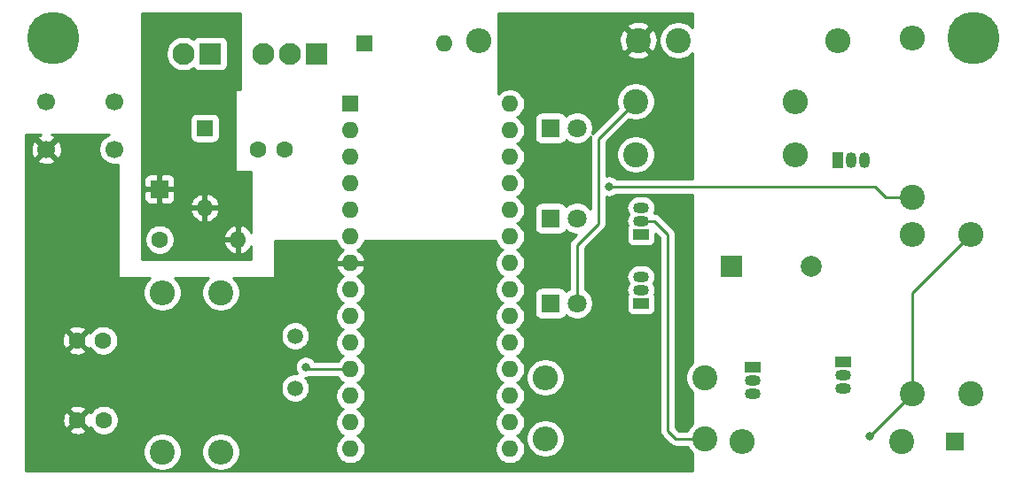
<source format=gbl>
G04 #@! TF.GenerationSoftware,KiCad,Pcbnew,(5.1.5)-3*
G04 #@! TF.CreationDate,2020-05-14T22:33:26-07:00*
G04 #@! TF.ProjectId,circuit_pj,63697263-7569-4745-9f70-6a2e6b696361,rev?*
G04 #@! TF.SameCoordinates,Original*
G04 #@! TF.FileFunction,Copper,L2,Bot*
G04 #@! TF.FilePolarity,Positive*
%FSLAX46Y46*%
G04 Gerber Fmt 4.6, Leading zero omitted, Abs format (unit mm)*
G04 Created by KiCad (PCBNEW (5.1.5)-3) date 2020-05-14 22:33:26*
%MOMM*%
%LPD*%
G04 APERTURE LIST*
%ADD10C,1.500000*%
%ADD11O,1.600000X1.600000*%
%ADD12R,1.600000X1.600000*%
%ADD13R,1.700000X1.700000*%
%ADD14C,1.800000*%
%ADD15R,1.800000X1.800000*%
%ADD16C,2.000000*%
%ADD17R,2.000000X2.000000*%
%ADD18C,1.700000*%
%ADD19O,2.400000X2.400000*%
%ADD20C,2.400000*%
%ADD21C,2.100000*%
%ADD22R,2.100000X2.100000*%
%ADD23C,1.600000*%
%ADD24R,1.050000X1.500000*%
%ADD25O,1.050000X1.500000*%
%ADD26R,1.500000X1.050000*%
%ADD27O,1.500000X1.050000*%
%ADD28C,5.000000*%
%ADD29C,0.800000*%
%ADD30C,0.250000*%
%ADD31C,0.254000*%
G04 APERTURE END LIST*
D10*
X117348000Y-111332000D03*
X117348000Y-116332000D03*
D11*
X137864000Y-89138000D03*
X122624000Y-122158000D03*
X137864000Y-91678000D03*
X122624000Y-119618000D03*
X137864000Y-94218000D03*
X122624000Y-117078000D03*
X137864000Y-96758000D03*
X122624000Y-114538000D03*
X137864000Y-99298000D03*
X122624000Y-111998000D03*
X137864000Y-101838000D03*
X122624000Y-109458000D03*
X137864000Y-104378000D03*
X122624000Y-106918000D03*
X137864000Y-106918000D03*
X122624000Y-104378000D03*
X137864000Y-109458000D03*
X122624000Y-101838000D03*
X137864000Y-111998000D03*
X122624000Y-99298000D03*
X137864000Y-114538000D03*
X122624000Y-96758000D03*
X137864000Y-117078000D03*
X122624000Y-94218000D03*
X137864000Y-119618000D03*
X122624000Y-91678000D03*
X137864000Y-122158000D03*
D12*
X122624000Y-89138000D03*
D11*
X131572000Y-83312000D03*
D12*
X123952000Y-83312000D03*
D11*
X108712000Y-99060000D03*
D12*
X108712000Y-91440000D03*
D13*
X104394000Y-97282000D03*
X180340000Y-121412000D03*
D14*
X144272000Y-91440000D03*
D15*
X141732000Y-91440000D03*
D14*
X144272000Y-100076000D03*
D15*
X141732000Y-100076000D03*
D14*
X144272000Y-108204000D03*
D15*
X141732000Y-108204000D03*
D16*
X166604000Y-104648000D03*
D17*
X159004000Y-104648000D03*
D18*
X100076000Y-93472000D03*
X93576000Y-93472000D03*
X100076000Y-88972000D03*
X93576000Y-88972000D03*
D19*
X169164000Y-83058000D03*
D20*
X153924000Y-83058000D03*
D19*
X176276000Y-82804000D03*
D20*
X176276000Y-98044000D03*
D19*
X165100000Y-88900000D03*
D20*
X149860000Y-88900000D03*
D19*
X110236000Y-122428000D03*
D20*
X110236000Y-107188000D03*
D19*
X104648000Y-107188000D03*
D20*
X104648000Y-122428000D03*
D19*
X134874000Y-83058000D03*
D20*
X150114000Y-83058000D03*
D19*
X176276000Y-101600000D03*
D20*
X176276000Y-116840000D03*
D19*
X181864000Y-101600000D03*
D20*
X181864000Y-116840000D03*
D19*
X165100000Y-93980000D03*
D20*
X149860000Y-93980000D03*
D19*
X141224000Y-115316000D03*
D20*
X156464000Y-115316000D03*
D19*
X160020000Y-121412000D03*
D20*
X175260000Y-121412000D03*
X156464000Y-121158000D03*
D19*
X141224000Y-121158000D03*
D21*
X114300000Y-84328000D03*
X116840000Y-84328000D03*
D22*
X119380000Y-84328000D03*
D21*
X106680000Y-84328000D03*
D22*
X109220000Y-84328000D03*
D23*
X96560000Y-119380000D03*
X99060000Y-119380000D03*
X113832000Y-93472000D03*
X116332000Y-93472000D03*
X99020000Y-111760000D03*
X96520000Y-111760000D03*
D11*
X111894000Y-102108000D03*
D23*
X104394000Y-102108000D03*
D24*
X169164000Y-94488000D03*
D25*
X171704000Y-94488000D03*
X170434000Y-94488000D03*
D26*
X169672000Y-113792000D03*
D27*
X169672000Y-116332000D03*
X169672000Y-115062000D03*
D26*
X150368000Y-108204000D03*
D27*
X150368000Y-105664000D03*
X150368000Y-106934000D03*
D26*
X161036000Y-114300000D03*
D27*
X161036000Y-116840000D03*
X161036000Y-115570000D03*
D26*
X150368000Y-101600000D03*
D27*
X150368000Y-99060000D03*
X150368000Y-100330000D03*
D28*
X94234000Y-82804000D03*
X182118000Y-82804000D03*
D29*
X104648000Y-93472000D03*
X119888000Y-103124000D03*
X93472000Y-97028000D03*
X118364000Y-114300000D03*
X172212000Y-120904000D03*
X147320000Y-97028000D03*
D30*
X156464000Y-121158000D02*
X153670000Y-121158000D01*
X151638000Y-100330000D02*
X150368000Y-100330000D01*
X152908000Y-101600000D02*
X151638000Y-100330000D01*
X152908000Y-120396000D02*
X152908000Y-101600000D01*
X153670000Y-121158000D02*
X152908000Y-120396000D01*
X118602000Y-114538000D02*
X122624000Y-114538000D01*
X118364000Y-114300000D02*
X118602000Y-114538000D01*
X176276000Y-116840000D02*
X176276000Y-107188000D01*
X176276000Y-107188000D02*
X181864000Y-101600000D01*
X172212000Y-120904000D02*
X176276000Y-116840000D01*
X144272000Y-108204000D02*
X144272000Y-102616000D01*
X146304000Y-92456000D02*
X149860000Y-88900000D01*
X146304000Y-100584000D02*
X146304000Y-92456000D01*
X144272000Y-102616000D02*
X146304000Y-100584000D01*
X173736000Y-98044000D02*
X176276000Y-98044000D01*
X172720000Y-97028000D02*
X173736000Y-98044000D01*
X147320000Y-97028000D02*
X172720000Y-97028000D01*
D31*
G36*
X112141000Y-87757000D02*
G01*
X111760000Y-87757000D01*
X111735224Y-87759440D01*
X111711399Y-87766667D01*
X111689443Y-87778403D01*
X111670197Y-87794197D01*
X111654403Y-87813443D01*
X111642667Y-87835399D01*
X111635440Y-87859224D01*
X111633000Y-87884000D01*
X111633000Y-95504000D01*
X111635440Y-95528776D01*
X111642667Y-95552601D01*
X111654403Y-95574557D01*
X111670197Y-95593803D01*
X111689443Y-95609597D01*
X111711399Y-95621333D01*
X111735224Y-95628560D01*
X111760000Y-95631000D01*
X113157000Y-95631000D01*
X113157000Y-101438206D01*
X113125037Y-101370580D01*
X112957519Y-101144586D01*
X112749131Y-100955615D01*
X112507881Y-100810930D01*
X112243040Y-100716091D01*
X112021000Y-100837376D01*
X112021000Y-101981000D01*
X112041000Y-101981000D01*
X112041000Y-102235000D01*
X112021000Y-102235000D01*
X112021000Y-103378624D01*
X112243040Y-103499909D01*
X112507881Y-103405070D01*
X112749131Y-103260385D01*
X112957519Y-103071414D01*
X113125037Y-102845420D01*
X113157000Y-102777794D01*
X113157000Y-104013000D01*
X102743000Y-104013000D01*
X102743000Y-101966665D01*
X102959000Y-101966665D01*
X102959000Y-102249335D01*
X103014147Y-102526574D01*
X103122320Y-102787727D01*
X103279363Y-103022759D01*
X103479241Y-103222637D01*
X103714273Y-103379680D01*
X103975426Y-103487853D01*
X104252665Y-103543000D01*
X104535335Y-103543000D01*
X104812574Y-103487853D01*
X105073727Y-103379680D01*
X105308759Y-103222637D01*
X105508637Y-103022759D01*
X105665680Y-102787727D01*
X105773853Y-102526574D01*
X105787684Y-102457039D01*
X110502096Y-102457039D01*
X110542754Y-102591087D01*
X110662963Y-102845420D01*
X110830481Y-103071414D01*
X111038869Y-103260385D01*
X111280119Y-103405070D01*
X111544960Y-103499909D01*
X111767000Y-103378624D01*
X111767000Y-102235000D01*
X110624085Y-102235000D01*
X110502096Y-102457039D01*
X105787684Y-102457039D01*
X105829000Y-102249335D01*
X105829000Y-101966665D01*
X105787685Y-101758961D01*
X110502096Y-101758961D01*
X110624085Y-101981000D01*
X111767000Y-101981000D01*
X111767000Y-100837376D01*
X111544960Y-100716091D01*
X111280119Y-100810930D01*
X111038869Y-100955615D01*
X110830481Y-101144586D01*
X110662963Y-101370580D01*
X110542754Y-101624913D01*
X110502096Y-101758961D01*
X105787685Y-101758961D01*
X105773853Y-101689426D01*
X105665680Y-101428273D01*
X105508637Y-101193241D01*
X105308759Y-100993363D01*
X105073727Y-100836320D01*
X104812574Y-100728147D01*
X104535335Y-100673000D01*
X104252665Y-100673000D01*
X103975426Y-100728147D01*
X103714273Y-100836320D01*
X103479241Y-100993363D01*
X103279363Y-101193241D01*
X103122320Y-101428273D01*
X103014147Y-101689426D01*
X102959000Y-101966665D01*
X102743000Y-101966665D01*
X102743000Y-99409040D01*
X107320091Y-99409040D01*
X107414930Y-99673881D01*
X107559615Y-99915131D01*
X107748586Y-100123519D01*
X107974580Y-100291037D01*
X108228913Y-100411246D01*
X108362961Y-100451904D01*
X108585000Y-100329915D01*
X108585000Y-99187000D01*
X108839000Y-99187000D01*
X108839000Y-100329915D01*
X109061039Y-100451904D01*
X109195087Y-100411246D01*
X109449420Y-100291037D01*
X109675414Y-100123519D01*
X109864385Y-99915131D01*
X110009070Y-99673881D01*
X110103909Y-99409040D01*
X109982624Y-99187000D01*
X108839000Y-99187000D01*
X108585000Y-99187000D01*
X107441376Y-99187000D01*
X107320091Y-99409040D01*
X102743000Y-99409040D01*
X102743000Y-98132000D01*
X102905928Y-98132000D01*
X102918188Y-98256482D01*
X102954498Y-98376180D01*
X103013463Y-98486494D01*
X103092815Y-98583185D01*
X103189506Y-98662537D01*
X103299820Y-98721502D01*
X103419518Y-98757812D01*
X103544000Y-98770072D01*
X104108250Y-98767000D01*
X104267000Y-98608250D01*
X104267000Y-97409000D01*
X104521000Y-97409000D01*
X104521000Y-98608250D01*
X104679750Y-98767000D01*
X105244000Y-98770072D01*
X105368482Y-98757812D01*
X105488180Y-98721502D01*
X105507902Y-98710960D01*
X107320091Y-98710960D01*
X107441376Y-98933000D01*
X108585000Y-98933000D01*
X108585000Y-97790085D01*
X108839000Y-97790085D01*
X108839000Y-98933000D01*
X109982624Y-98933000D01*
X110103909Y-98710960D01*
X110009070Y-98446119D01*
X109864385Y-98204869D01*
X109675414Y-97996481D01*
X109449420Y-97828963D01*
X109195087Y-97708754D01*
X109061039Y-97668096D01*
X108839000Y-97790085D01*
X108585000Y-97790085D01*
X108362961Y-97668096D01*
X108228913Y-97708754D01*
X107974580Y-97828963D01*
X107748586Y-97996481D01*
X107559615Y-98204869D01*
X107414930Y-98446119D01*
X107320091Y-98710960D01*
X105507902Y-98710960D01*
X105598494Y-98662537D01*
X105695185Y-98583185D01*
X105774537Y-98486494D01*
X105833502Y-98376180D01*
X105869812Y-98256482D01*
X105882072Y-98132000D01*
X105879000Y-97567750D01*
X105720250Y-97409000D01*
X104521000Y-97409000D01*
X104267000Y-97409000D01*
X103067750Y-97409000D01*
X102909000Y-97567750D01*
X102905928Y-98132000D01*
X102743000Y-98132000D01*
X102743000Y-96432000D01*
X102905928Y-96432000D01*
X102909000Y-96996250D01*
X103067750Y-97155000D01*
X104267000Y-97155000D01*
X104267000Y-95955750D01*
X104521000Y-95955750D01*
X104521000Y-97155000D01*
X105720250Y-97155000D01*
X105879000Y-96996250D01*
X105882072Y-96432000D01*
X105869812Y-96307518D01*
X105833502Y-96187820D01*
X105774537Y-96077506D01*
X105695185Y-95980815D01*
X105598494Y-95901463D01*
X105488180Y-95842498D01*
X105368482Y-95806188D01*
X105244000Y-95793928D01*
X104679750Y-95797000D01*
X104521000Y-95955750D01*
X104267000Y-95955750D01*
X104108250Y-95797000D01*
X103544000Y-95793928D01*
X103419518Y-95806188D01*
X103299820Y-95842498D01*
X103189506Y-95901463D01*
X103092815Y-95980815D01*
X103013463Y-96077506D01*
X102954498Y-96187820D01*
X102918188Y-96307518D01*
X102905928Y-96432000D01*
X102743000Y-96432000D01*
X102743000Y-90640000D01*
X107273928Y-90640000D01*
X107273928Y-92240000D01*
X107286188Y-92364482D01*
X107322498Y-92484180D01*
X107381463Y-92594494D01*
X107460815Y-92691185D01*
X107557506Y-92770537D01*
X107667820Y-92829502D01*
X107787518Y-92865812D01*
X107912000Y-92878072D01*
X109512000Y-92878072D01*
X109636482Y-92865812D01*
X109756180Y-92829502D01*
X109866494Y-92770537D01*
X109963185Y-92691185D01*
X110042537Y-92594494D01*
X110101502Y-92484180D01*
X110137812Y-92364482D01*
X110150072Y-92240000D01*
X110150072Y-90640000D01*
X110137812Y-90515518D01*
X110101502Y-90395820D01*
X110042537Y-90285506D01*
X109963185Y-90188815D01*
X109866494Y-90109463D01*
X109756180Y-90050498D01*
X109636482Y-90014188D01*
X109512000Y-90001928D01*
X107912000Y-90001928D01*
X107787518Y-90014188D01*
X107667820Y-90050498D01*
X107557506Y-90109463D01*
X107460815Y-90188815D01*
X107381463Y-90285506D01*
X107322498Y-90395820D01*
X107286188Y-90515518D01*
X107273928Y-90640000D01*
X102743000Y-90640000D01*
X102743000Y-84162042D01*
X104995000Y-84162042D01*
X104995000Y-84493958D01*
X105059754Y-84819496D01*
X105186772Y-85126147D01*
X105371175Y-85402125D01*
X105605875Y-85636825D01*
X105881853Y-85821228D01*
X106188504Y-85948246D01*
X106514042Y-86013000D01*
X106845958Y-86013000D01*
X107171496Y-85948246D01*
X107478147Y-85821228D01*
X107631958Y-85718454D01*
X107639463Y-85732494D01*
X107718815Y-85829185D01*
X107815506Y-85908537D01*
X107925820Y-85967502D01*
X108045518Y-86003812D01*
X108170000Y-86016072D01*
X110270000Y-86016072D01*
X110394482Y-86003812D01*
X110514180Y-85967502D01*
X110624494Y-85908537D01*
X110721185Y-85829185D01*
X110800537Y-85732494D01*
X110859502Y-85622180D01*
X110895812Y-85502482D01*
X110908072Y-85378000D01*
X110908072Y-83278000D01*
X110895812Y-83153518D01*
X110859502Y-83033820D01*
X110800537Y-82923506D01*
X110721185Y-82826815D01*
X110624494Y-82747463D01*
X110514180Y-82688498D01*
X110394482Y-82652188D01*
X110270000Y-82639928D01*
X108170000Y-82639928D01*
X108045518Y-82652188D01*
X107925820Y-82688498D01*
X107815506Y-82747463D01*
X107718815Y-82826815D01*
X107639463Y-82923506D01*
X107631958Y-82937546D01*
X107478147Y-82834772D01*
X107171496Y-82707754D01*
X106845958Y-82643000D01*
X106514042Y-82643000D01*
X106188504Y-82707754D01*
X105881853Y-82834772D01*
X105605875Y-83019175D01*
X105371175Y-83253875D01*
X105186772Y-83529853D01*
X105059754Y-83836504D01*
X104995000Y-84162042D01*
X102743000Y-84162042D01*
X102743000Y-80441000D01*
X112141000Y-80441000D01*
X112141000Y-87757000D01*
G37*
X112141000Y-87757000D02*
X111760000Y-87757000D01*
X111735224Y-87759440D01*
X111711399Y-87766667D01*
X111689443Y-87778403D01*
X111670197Y-87794197D01*
X111654403Y-87813443D01*
X111642667Y-87835399D01*
X111635440Y-87859224D01*
X111633000Y-87884000D01*
X111633000Y-95504000D01*
X111635440Y-95528776D01*
X111642667Y-95552601D01*
X111654403Y-95574557D01*
X111670197Y-95593803D01*
X111689443Y-95609597D01*
X111711399Y-95621333D01*
X111735224Y-95628560D01*
X111760000Y-95631000D01*
X113157000Y-95631000D01*
X113157000Y-101438206D01*
X113125037Y-101370580D01*
X112957519Y-101144586D01*
X112749131Y-100955615D01*
X112507881Y-100810930D01*
X112243040Y-100716091D01*
X112021000Y-100837376D01*
X112021000Y-101981000D01*
X112041000Y-101981000D01*
X112041000Y-102235000D01*
X112021000Y-102235000D01*
X112021000Y-103378624D01*
X112243040Y-103499909D01*
X112507881Y-103405070D01*
X112749131Y-103260385D01*
X112957519Y-103071414D01*
X113125037Y-102845420D01*
X113157000Y-102777794D01*
X113157000Y-104013000D01*
X102743000Y-104013000D01*
X102743000Y-101966665D01*
X102959000Y-101966665D01*
X102959000Y-102249335D01*
X103014147Y-102526574D01*
X103122320Y-102787727D01*
X103279363Y-103022759D01*
X103479241Y-103222637D01*
X103714273Y-103379680D01*
X103975426Y-103487853D01*
X104252665Y-103543000D01*
X104535335Y-103543000D01*
X104812574Y-103487853D01*
X105073727Y-103379680D01*
X105308759Y-103222637D01*
X105508637Y-103022759D01*
X105665680Y-102787727D01*
X105773853Y-102526574D01*
X105787684Y-102457039D01*
X110502096Y-102457039D01*
X110542754Y-102591087D01*
X110662963Y-102845420D01*
X110830481Y-103071414D01*
X111038869Y-103260385D01*
X111280119Y-103405070D01*
X111544960Y-103499909D01*
X111767000Y-103378624D01*
X111767000Y-102235000D01*
X110624085Y-102235000D01*
X110502096Y-102457039D01*
X105787684Y-102457039D01*
X105829000Y-102249335D01*
X105829000Y-101966665D01*
X105787685Y-101758961D01*
X110502096Y-101758961D01*
X110624085Y-101981000D01*
X111767000Y-101981000D01*
X111767000Y-100837376D01*
X111544960Y-100716091D01*
X111280119Y-100810930D01*
X111038869Y-100955615D01*
X110830481Y-101144586D01*
X110662963Y-101370580D01*
X110542754Y-101624913D01*
X110502096Y-101758961D01*
X105787685Y-101758961D01*
X105773853Y-101689426D01*
X105665680Y-101428273D01*
X105508637Y-101193241D01*
X105308759Y-100993363D01*
X105073727Y-100836320D01*
X104812574Y-100728147D01*
X104535335Y-100673000D01*
X104252665Y-100673000D01*
X103975426Y-100728147D01*
X103714273Y-100836320D01*
X103479241Y-100993363D01*
X103279363Y-101193241D01*
X103122320Y-101428273D01*
X103014147Y-101689426D01*
X102959000Y-101966665D01*
X102743000Y-101966665D01*
X102743000Y-99409040D01*
X107320091Y-99409040D01*
X107414930Y-99673881D01*
X107559615Y-99915131D01*
X107748586Y-100123519D01*
X107974580Y-100291037D01*
X108228913Y-100411246D01*
X108362961Y-100451904D01*
X108585000Y-100329915D01*
X108585000Y-99187000D01*
X108839000Y-99187000D01*
X108839000Y-100329915D01*
X109061039Y-100451904D01*
X109195087Y-100411246D01*
X109449420Y-100291037D01*
X109675414Y-100123519D01*
X109864385Y-99915131D01*
X110009070Y-99673881D01*
X110103909Y-99409040D01*
X109982624Y-99187000D01*
X108839000Y-99187000D01*
X108585000Y-99187000D01*
X107441376Y-99187000D01*
X107320091Y-99409040D01*
X102743000Y-99409040D01*
X102743000Y-98132000D01*
X102905928Y-98132000D01*
X102918188Y-98256482D01*
X102954498Y-98376180D01*
X103013463Y-98486494D01*
X103092815Y-98583185D01*
X103189506Y-98662537D01*
X103299820Y-98721502D01*
X103419518Y-98757812D01*
X103544000Y-98770072D01*
X104108250Y-98767000D01*
X104267000Y-98608250D01*
X104267000Y-97409000D01*
X104521000Y-97409000D01*
X104521000Y-98608250D01*
X104679750Y-98767000D01*
X105244000Y-98770072D01*
X105368482Y-98757812D01*
X105488180Y-98721502D01*
X105507902Y-98710960D01*
X107320091Y-98710960D01*
X107441376Y-98933000D01*
X108585000Y-98933000D01*
X108585000Y-97790085D01*
X108839000Y-97790085D01*
X108839000Y-98933000D01*
X109982624Y-98933000D01*
X110103909Y-98710960D01*
X110009070Y-98446119D01*
X109864385Y-98204869D01*
X109675414Y-97996481D01*
X109449420Y-97828963D01*
X109195087Y-97708754D01*
X109061039Y-97668096D01*
X108839000Y-97790085D01*
X108585000Y-97790085D01*
X108362961Y-97668096D01*
X108228913Y-97708754D01*
X107974580Y-97828963D01*
X107748586Y-97996481D01*
X107559615Y-98204869D01*
X107414930Y-98446119D01*
X107320091Y-98710960D01*
X105507902Y-98710960D01*
X105598494Y-98662537D01*
X105695185Y-98583185D01*
X105774537Y-98486494D01*
X105833502Y-98376180D01*
X105869812Y-98256482D01*
X105882072Y-98132000D01*
X105879000Y-97567750D01*
X105720250Y-97409000D01*
X104521000Y-97409000D01*
X104267000Y-97409000D01*
X103067750Y-97409000D01*
X102909000Y-97567750D01*
X102905928Y-98132000D01*
X102743000Y-98132000D01*
X102743000Y-96432000D01*
X102905928Y-96432000D01*
X102909000Y-96996250D01*
X103067750Y-97155000D01*
X104267000Y-97155000D01*
X104267000Y-95955750D01*
X104521000Y-95955750D01*
X104521000Y-97155000D01*
X105720250Y-97155000D01*
X105879000Y-96996250D01*
X105882072Y-96432000D01*
X105869812Y-96307518D01*
X105833502Y-96187820D01*
X105774537Y-96077506D01*
X105695185Y-95980815D01*
X105598494Y-95901463D01*
X105488180Y-95842498D01*
X105368482Y-95806188D01*
X105244000Y-95793928D01*
X104679750Y-95797000D01*
X104521000Y-95955750D01*
X104267000Y-95955750D01*
X104108250Y-95797000D01*
X103544000Y-95793928D01*
X103419518Y-95806188D01*
X103299820Y-95842498D01*
X103189506Y-95901463D01*
X103092815Y-95980815D01*
X103013463Y-96077506D01*
X102954498Y-96187820D01*
X102918188Y-96307518D01*
X102905928Y-96432000D01*
X102743000Y-96432000D01*
X102743000Y-90640000D01*
X107273928Y-90640000D01*
X107273928Y-92240000D01*
X107286188Y-92364482D01*
X107322498Y-92484180D01*
X107381463Y-92594494D01*
X107460815Y-92691185D01*
X107557506Y-92770537D01*
X107667820Y-92829502D01*
X107787518Y-92865812D01*
X107912000Y-92878072D01*
X109512000Y-92878072D01*
X109636482Y-92865812D01*
X109756180Y-92829502D01*
X109866494Y-92770537D01*
X109963185Y-92691185D01*
X110042537Y-92594494D01*
X110101502Y-92484180D01*
X110137812Y-92364482D01*
X110150072Y-92240000D01*
X110150072Y-90640000D01*
X110137812Y-90515518D01*
X110101502Y-90395820D01*
X110042537Y-90285506D01*
X109963185Y-90188815D01*
X109866494Y-90109463D01*
X109756180Y-90050498D01*
X109636482Y-90014188D01*
X109512000Y-90001928D01*
X107912000Y-90001928D01*
X107787518Y-90014188D01*
X107667820Y-90050498D01*
X107557506Y-90109463D01*
X107460815Y-90188815D01*
X107381463Y-90285506D01*
X107322498Y-90395820D01*
X107286188Y-90515518D01*
X107273928Y-90640000D01*
X102743000Y-90640000D01*
X102743000Y-84162042D01*
X104995000Y-84162042D01*
X104995000Y-84493958D01*
X105059754Y-84819496D01*
X105186772Y-85126147D01*
X105371175Y-85402125D01*
X105605875Y-85636825D01*
X105881853Y-85821228D01*
X106188504Y-85948246D01*
X106514042Y-86013000D01*
X106845958Y-86013000D01*
X107171496Y-85948246D01*
X107478147Y-85821228D01*
X107631958Y-85718454D01*
X107639463Y-85732494D01*
X107718815Y-85829185D01*
X107815506Y-85908537D01*
X107925820Y-85967502D01*
X108045518Y-86003812D01*
X108170000Y-86016072D01*
X110270000Y-86016072D01*
X110394482Y-86003812D01*
X110514180Y-85967502D01*
X110624494Y-85908537D01*
X110721185Y-85829185D01*
X110800537Y-85732494D01*
X110859502Y-85622180D01*
X110895812Y-85502482D01*
X110908072Y-85378000D01*
X110908072Y-83278000D01*
X110895812Y-83153518D01*
X110859502Y-83033820D01*
X110800537Y-82923506D01*
X110721185Y-82826815D01*
X110624494Y-82747463D01*
X110514180Y-82688498D01*
X110394482Y-82652188D01*
X110270000Y-82639928D01*
X108170000Y-82639928D01*
X108045518Y-82652188D01*
X107925820Y-82688498D01*
X107815506Y-82747463D01*
X107718815Y-82826815D01*
X107639463Y-82923506D01*
X107631958Y-82937546D01*
X107478147Y-82834772D01*
X107171496Y-82707754D01*
X106845958Y-82643000D01*
X106514042Y-82643000D01*
X106188504Y-82707754D01*
X105881853Y-82834772D01*
X105605875Y-83019175D01*
X105371175Y-83253875D01*
X105186772Y-83529853D01*
X105059754Y-83836504D01*
X104995000Y-84162042D01*
X102743000Y-84162042D01*
X102743000Y-80441000D01*
X112141000Y-80441000D01*
X112141000Y-87757000D01*
G36*
X155321000Y-81859918D02*
G01*
X155093744Y-81632662D01*
X154793199Y-81431844D01*
X154459250Y-81293518D01*
X154104732Y-81223000D01*
X153743268Y-81223000D01*
X153388750Y-81293518D01*
X153054801Y-81431844D01*
X152754256Y-81632662D01*
X152498662Y-81888256D01*
X152297844Y-82188801D01*
X152159518Y-82522750D01*
X152089000Y-82877268D01*
X152089000Y-83238732D01*
X152159518Y-83593250D01*
X152297844Y-83927199D01*
X152498662Y-84227744D01*
X152754256Y-84483338D01*
X153054801Y-84684156D01*
X153388750Y-84822482D01*
X153743268Y-84893000D01*
X154104732Y-84893000D01*
X154459250Y-84822482D01*
X154793199Y-84684156D01*
X155093744Y-84483338D01*
X155321000Y-84256082D01*
X155321000Y-96268000D01*
X148023711Y-96268000D01*
X147979774Y-96224063D01*
X147810256Y-96110795D01*
X147621898Y-96032774D01*
X147421939Y-95993000D01*
X147218061Y-95993000D01*
X147064000Y-96023644D01*
X147064000Y-93799268D01*
X148025000Y-93799268D01*
X148025000Y-94160732D01*
X148095518Y-94515250D01*
X148233844Y-94849199D01*
X148434662Y-95149744D01*
X148690256Y-95405338D01*
X148990801Y-95606156D01*
X149324750Y-95744482D01*
X149679268Y-95815000D01*
X150040732Y-95815000D01*
X150395250Y-95744482D01*
X150729199Y-95606156D01*
X151029744Y-95405338D01*
X151285338Y-95149744D01*
X151486156Y-94849199D01*
X151624482Y-94515250D01*
X151695000Y-94160732D01*
X151695000Y-93799268D01*
X151624482Y-93444750D01*
X151486156Y-93110801D01*
X151285338Y-92810256D01*
X151029744Y-92554662D01*
X150729199Y-92353844D01*
X150395250Y-92215518D01*
X150040732Y-92145000D01*
X149679268Y-92145000D01*
X149324750Y-92215518D01*
X148990801Y-92353844D01*
X148690256Y-92554662D01*
X148434662Y-92810256D01*
X148233844Y-93110801D01*
X148095518Y-93444750D01*
X148025000Y-93799268D01*
X147064000Y-93799268D01*
X147064000Y-92770801D01*
X149215552Y-90619251D01*
X149324750Y-90664482D01*
X149679268Y-90735000D01*
X150040732Y-90735000D01*
X150395250Y-90664482D01*
X150729199Y-90526156D01*
X151029744Y-90325338D01*
X151285338Y-90069744D01*
X151486156Y-89769199D01*
X151624482Y-89435250D01*
X151695000Y-89080732D01*
X151695000Y-88719268D01*
X151624482Y-88364750D01*
X151486156Y-88030801D01*
X151285338Y-87730256D01*
X151029744Y-87474662D01*
X150729199Y-87273844D01*
X150395250Y-87135518D01*
X150040732Y-87065000D01*
X149679268Y-87065000D01*
X149324750Y-87135518D01*
X148990801Y-87273844D01*
X148690256Y-87474662D01*
X148434662Y-87730256D01*
X148233844Y-88030801D01*
X148095518Y-88364750D01*
X148025000Y-88719268D01*
X148025000Y-89080732D01*
X148095518Y-89435250D01*
X148140749Y-89544448D01*
X145792998Y-91892201D01*
X145764000Y-91915999D01*
X145740202Y-91944997D01*
X145740201Y-91944998D01*
X145708086Y-91984130D01*
X145748011Y-91887743D01*
X145807000Y-91591184D01*
X145807000Y-91288816D01*
X145748011Y-90992257D01*
X145632299Y-90712905D01*
X145464312Y-90461495D01*
X145250505Y-90247688D01*
X144999095Y-90079701D01*
X144719743Y-89963989D01*
X144423184Y-89905000D01*
X144120816Y-89905000D01*
X143824257Y-89963989D01*
X143544905Y-90079701D01*
X143293495Y-90247688D01*
X143227056Y-90314127D01*
X143221502Y-90295820D01*
X143162537Y-90185506D01*
X143083185Y-90088815D01*
X142986494Y-90009463D01*
X142876180Y-89950498D01*
X142756482Y-89914188D01*
X142632000Y-89901928D01*
X140832000Y-89901928D01*
X140707518Y-89914188D01*
X140587820Y-89950498D01*
X140477506Y-90009463D01*
X140380815Y-90088815D01*
X140301463Y-90185506D01*
X140242498Y-90295820D01*
X140206188Y-90415518D01*
X140193928Y-90540000D01*
X140193928Y-92340000D01*
X140206188Y-92464482D01*
X140242498Y-92584180D01*
X140301463Y-92694494D01*
X140380815Y-92791185D01*
X140477506Y-92870537D01*
X140587820Y-92929502D01*
X140707518Y-92965812D01*
X140832000Y-92978072D01*
X142632000Y-92978072D01*
X142756482Y-92965812D01*
X142876180Y-92929502D01*
X142986494Y-92870537D01*
X143083185Y-92791185D01*
X143162537Y-92694494D01*
X143221502Y-92584180D01*
X143227056Y-92565873D01*
X143293495Y-92632312D01*
X143544905Y-92800299D01*
X143824257Y-92916011D01*
X144120816Y-92975000D01*
X144423184Y-92975000D01*
X144719743Y-92916011D01*
X144999095Y-92800299D01*
X145250505Y-92632312D01*
X145464312Y-92418505D01*
X145568459Y-92262638D01*
X145554998Y-92307015D01*
X145540324Y-92456000D01*
X145544001Y-92493332D01*
X145544000Y-99216757D01*
X145464312Y-99097495D01*
X145250505Y-98883688D01*
X144999095Y-98715701D01*
X144719743Y-98599989D01*
X144423184Y-98541000D01*
X144120816Y-98541000D01*
X143824257Y-98599989D01*
X143544905Y-98715701D01*
X143293495Y-98883688D01*
X143227056Y-98950127D01*
X143221502Y-98931820D01*
X143162537Y-98821506D01*
X143083185Y-98724815D01*
X142986494Y-98645463D01*
X142876180Y-98586498D01*
X142756482Y-98550188D01*
X142632000Y-98537928D01*
X140832000Y-98537928D01*
X140707518Y-98550188D01*
X140587820Y-98586498D01*
X140477506Y-98645463D01*
X140380815Y-98724815D01*
X140301463Y-98821506D01*
X140242498Y-98931820D01*
X140206188Y-99051518D01*
X140193928Y-99176000D01*
X140193928Y-100976000D01*
X140206188Y-101100482D01*
X140242498Y-101220180D01*
X140301463Y-101330494D01*
X140380815Y-101427185D01*
X140477506Y-101506537D01*
X140587820Y-101565502D01*
X140707518Y-101601812D01*
X140832000Y-101614072D01*
X142632000Y-101614072D01*
X142756482Y-101601812D01*
X142876180Y-101565502D01*
X142986494Y-101506537D01*
X143083185Y-101427185D01*
X143162537Y-101330494D01*
X143221502Y-101220180D01*
X143227056Y-101201873D01*
X143293495Y-101268312D01*
X143544905Y-101436299D01*
X143824257Y-101552011D01*
X144120816Y-101611000D01*
X144202199Y-101611000D01*
X143760998Y-102052201D01*
X143732000Y-102075999D01*
X143708202Y-102104997D01*
X143708201Y-102104998D01*
X143637026Y-102191724D01*
X143566454Y-102323754D01*
X143552675Y-102369180D01*
X143522998Y-102467014D01*
X143512001Y-102578667D01*
X143508324Y-102616000D01*
X143512001Y-102653332D01*
X143512000Y-106865687D01*
X143293495Y-107011688D01*
X143227056Y-107078127D01*
X143221502Y-107059820D01*
X143162537Y-106949506D01*
X143083185Y-106852815D01*
X142986494Y-106773463D01*
X142876180Y-106714498D01*
X142756482Y-106678188D01*
X142632000Y-106665928D01*
X140832000Y-106665928D01*
X140707518Y-106678188D01*
X140587820Y-106714498D01*
X140477506Y-106773463D01*
X140380815Y-106852815D01*
X140301463Y-106949506D01*
X140242498Y-107059820D01*
X140206188Y-107179518D01*
X140193928Y-107304000D01*
X140193928Y-109104000D01*
X140206188Y-109228482D01*
X140242498Y-109348180D01*
X140301463Y-109458494D01*
X140380815Y-109555185D01*
X140477506Y-109634537D01*
X140587820Y-109693502D01*
X140707518Y-109729812D01*
X140832000Y-109742072D01*
X142632000Y-109742072D01*
X142756482Y-109729812D01*
X142876180Y-109693502D01*
X142986494Y-109634537D01*
X143083185Y-109555185D01*
X143162537Y-109458494D01*
X143221502Y-109348180D01*
X143227056Y-109329873D01*
X143293495Y-109396312D01*
X143544905Y-109564299D01*
X143824257Y-109680011D01*
X144120816Y-109739000D01*
X144423184Y-109739000D01*
X144719743Y-109680011D01*
X144999095Y-109564299D01*
X145250505Y-109396312D01*
X145464312Y-109182505D01*
X145632299Y-108931095D01*
X145748011Y-108651743D01*
X145807000Y-108355184D01*
X145807000Y-108052816D01*
X145748011Y-107756257D01*
X145632299Y-107476905D01*
X145464312Y-107225495D01*
X145250505Y-107011688D01*
X145032000Y-106865687D01*
X145032000Y-105664000D01*
X148977388Y-105664000D01*
X148999785Y-105891400D01*
X149066115Y-106110060D01*
X149167105Y-106299000D01*
X149066115Y-106487940D01*
X148999785Y-106706600D01*
X148977388Y-106934000D01*
X148999785Y-107161400D01*
X149063093Y-107370098D01*
X149028498Y-107434820D01*
X148992188Y-107554518D01*
X148979928Y-107679000D01*
X148979928Y-108729000D01*
X148992188Y-108853482D01*
X149028498Y-108973180D01*
X149087463Y-109083494D01*
X149166815Y-109180185D01*
X149263506Y-109259537D01*
X149373820Y-109318502D01*
X149493518Y-109354812D01*
X149618000Y-109367072D01*
X151118000Y-109367072D01*
X151242482Y-109354812D01*
X151362180Y-109318502D01*
X151472494Y-109259537D01*
X151569185Y-109180185D01*
X151648537Y-109083494D01*
X151707502Y-108973180D01*
X151743812Y-108853482D01*
X151756072Y-108729000D01*
X151756072Y-107679000D01*
X151743812Y-107554518D01*
X151707502Y-107434820D01*
X151672907Y-107370098D01*
X151736215Y-107161400D01*
X151758612Y-106934000D01*
X151736215Y-106706600D01*
X151669885Y-106487940D01*
X151568895Y-106299000D01*
X151669885Y-106110060D01*
X151736215Y-105891400D01*
X151758612Y-105664000D01*
X151736215Y-105436600D01*
X151669885Y-105217940D01*
X151562171Y-105016421D01*
X151417212Y-104839788D01*
X151240579Y-104694829D01*
X151039060Y-104587115D01*
X150820400Y-104520785D01*
X150649979Y-104504000D01*
X150086021Y-104504000D01*
X149915600Y-104520785D01*
X149696940Y-104587115D01*
X149495421Y-104694829D01*
X149318788Y-104839788D01*
X149173829Y-105016421D01*
X149066115Y-105217940D01*
X148999785Y-105436600D01*
X148977388Y-105664000D01*
X145032000Y-105664000D01*
X145032000Y-102930801D01*
X146815004Y-101147798D01*
X146844001Y-101124001D01*
X146901035Y-101054505D01*
X146938974Y-101008277D01*
X147009546Y-100876247D01*
X147020237Y-100841002D01*
X147053003Y-100732986D01*
X147064000Y-100621333D01*
X147064000Y-100621323D01*
X147067676Y-100584000D01*
X147064000Y-100546677D01*
X147064000Y-98032356D01*
X147218061Y-98063000D01*
X147421939Y-98063000D01*
X147621898Y-98023226D01*
X147810256Y-97945205D01*
X147979774Y-97831937D01*
X148023711Y-97788000D01*
X155321000Y-97788000D01*
X155321000Y-113872792D01*
X155294256Y-113890662D01*
X155038662Y-114146256D01*
X154837844Y-114446801D01*
X154699518Y-114780750D01*
X154629000Y-115135268D01*
X154629000Y-115496732D01*
X154699518Y-115851250D01*
X154837844Y-116185199D01*
X155038662Y-116485744D01*
X155294256Y-116741338D01*
X155321000Y-116759208D01*
X155321000Y-119714792D01*
X155294256Y-119732662D01*
X155038662Y-119988256D01*
X154837844Y-120288801D01*
X154792612Y-120398000D01*
X153984802Y-120398000D01*
X153668000Y-120081199D01*
X153668000Y-101637322D01*
X153671676Y-101599999D01*
X153668000Y-101562676D01*
X153668000Y-101562667D01*
X153657003Y-101451014D01*
X153613546Y-101307753D01*
X153542974Y-101175724D01*
X153448001Y-101059999D01*
X153419003Y-101036201D01*
X152201804Y-99819003D01*
X152178001Y-99789999D01*
X152062276Y-99695026D01*
X151930247Y-99624454D01*
X151786986Y-99580997D01*
X151675333Y-99570000D01*
X151675322Y-99570000D01*
X151638000Y-99566324D01*
X151637655Y-99566358D01*
X151669885Y-99506060D01*
X151736215Y-99287400D01*
X151758612Y-99060000D01*
X151736215Y-98832600D01*
X151669885Y-98613940D01*
X151562171Y-98412421D01*
X151417212Y-98235788D01*
X151240579Y-98090829D01*
X151039060Y-97983115D01*
X150820400Y-97916785D01*
X150649979Y-97900000D01*
X150086021Y-97900000D01*
X149915600Y-97916785D01*
X149696940Y-97983115D01*
X149495421Y-98090829D01*
X149318788Y-98235788D01*
X149173829Y-98412421D01*
X149066115Y-98613940D01*
X148999785Y-98832600D01*
X148977388Y-99060000D01*
X148999785Y-99287400D01*
X149066115Y-99506060D01*
X149167105Y-99695000D01*
X149066115Y-99883940D01*
X148999785Y-100102600D01*
X148977388Y-100330000D01*
X148999785Y-100557400D01*
X149063093Y-100766098D01*
X149028498Y-100830820D01*
X148992188Y-100950518D01*
X148979928Y-101075000D01*
X148979928Y-102125000D01*
X148992188Y-102249482D01*
X149028498Y-102369180D01*
X149087463Y-102479494D01*
X149166815Y-102576185D01*
X149263506Y-102655537D01*
X149373820Y-102714502D01*
X149493518Y-102750812D01*
X149618000Y-102763072D01*
X151118000Y-102763072D01*
X151242482Y-102750812D01*
X151362180Y-102714502D01*
X151472494Y-102655537D01*
X151569185Y-102576185D01*
X151648537Y-102479494D01*
X151707502Y-102369180D01*
X151743812Y-102249482D01*
X151756072Y-102125000D01*
X151756072Y-101522874D01*
X152148001Y-101914803D01*
X152148000Y-120358678D01*
X152144324Y-120396000D01*
X152148000Y-120433322D01*
X152148000Y-120433332D01*
X152158997Y-120544985D01*
X152191362Y-120651680D01*
X152202454Y-120688246D01*
X152273026Y-120820276D01*
X152310348Y-120865753D01*
X152367999Y-120936001D01*
X152397002Y-120959803D01*
X153106201Y-121669002D01*
X153129999Y-121698001D01*
X153245724Y-121792974D01*
X153377753Y-121863546D01*
X153521014Y-121907003D01*
X153632667Y-121918000D01*
X153632675Y-121918000D01*
X153670000Y-121921676D01*
X153707325Y-121918000D01*
X154792612Y-121918000D01*
X154837844Y-122027199D01*
X155038662Y-122327744D01*
X155294256Y-122583338D01*
X155321000Y-122601208D01*
X155321000Y-124283000D01*
X91617000Y-124283000D01*
X91617000Y-122247268D01*
X102813000Y-122247268D01*
X102813000Y-122608732D01*
X102883518Y-122963250D01*
X103021844Y-123297199D01*
X103222662Y-123597744D01*
X103478256Y-123853338D01*
X103778801Y-124054156D01*
X104112750Y-124192482D01*
X104467268Y-124263000D01*
X104828732Y-124263000D01*
X105183250Y-124192482D01*
X105517199Y-124054156D01*
X105817744Y-123853338D01*
X106073338Y-123597744D01*
X106274156Y-123297199D01*
X106412482Y-122963250D01*
X106483000Y-122608732D01*
X106483000Y-122247268D01*
X108401000Y-122247268D01*
X108401000Y-122608732D01*
X108471518Y-122963250D01*
X108609844Y-123297199D01*
X108810662Y-123597744D01*
X109066256Y-123853338D01*
X109366801Y-124054156D01*
X109700750Y-124192482D01*
X110055268Y-124263000D01*
X110416732Y-124263000D01*
X110771250Y-124192482D01*
X111105199Y-124054156D01*
X111405744Y-123853338D01*
X111661338Y-123597744D01*
X111862156Y-123297199D01*
X112000482Y-122963250D01*
X112071000Y-122608732D01*
X112071000Y-122247268D01*
X112000482Y-121892750D01*
X111862156Y-121558801D01*
X111661338Y-121258256D01*
X111405744Y-121002662D01*
X111105199Y-120801844D01*
X110771250Y-120663518D01*
X110416732Y-120593000D01*
X110055268Y-120593000D01*
X109700750Y-120663518D01*
X109366801Y-120801844D01*
X109066256Y-121002662D01*
X108810662Y-121258256D01*
X108609844Y-121558801D01*
X108471518Y-121892750D01*
X108401000Y-122247268D01*
X106483000Y-122247268D01*
X106412482Y-121892750D01*
X106274156Y-121558801D01*
X106073338Y-121258256D01*
X105817744Y-121002662D01*
X105517199Y-120801844D01*
X105183250Y-120663518D01*
X104828732Y-120593000D01*
X104467268Y-120593000D01*
X104112750Y-120663518D01*
X103778801Y-120801844D01*
X103478256Y-121002662D01*
X103222662Y-121258256D01*
X103021844Y-121558801D01*
X102883518Y-121892750D01*
X102813000Y-122247268D01*
X91617000Y-122247268D01*
X91617000Y-120372702D01*
X95746903Y-120372702D01*
X95818486Y-120616671D01*
X96073996Y-120737571D01*
X96348184Y-120806300D01*
X96630512Y-120820217D01*
X96910130Y-120778787D01*
X97176292Y-120683603D01*
X97301514Y-120616671D01*
X97373097Y-120372702D01*
X96560000Y-119559605D01*
X95746903Y-120372702D01*
X91617000Y-120372702D01*
X91617000Y-119450512D01*
X95119783Y-119450512D01*
X95161213Y-119730130D01*
X95256397Y-119996292D01*
X95323329Y-120121514D01*
X95567298Y-120193097D01*
X96380395Y-119380000D01*
X96739605Y-119380000D01*
X97552702Y-120193097D01*
X97796671Y-120121514D01*
X97810324Y-120092659D01*
X97945363Y-120294759D01*
X98145241Y-120494637D01*
X98380273Y-120651680D01*
X98641426Y-120759853D01*
X98918665Y-120815000D01*
X99201335Y-120815000D01*
X99478574Y-120759853D01*
X99739727Y-120651680D01*
X99974759Y-120494637D01*
X100174637Y-120294759D01*
X100331680Y-120059727D01*
X100439853Y-119798574D01*
X100495000Y-119521335D01*
X100495000Y-119238665D01*
X100439853Y-118961426D01*
X100331680Y-118700273D01*
X100174637Y-118465241D01*
X99974759Y-118265363D01*
X99739727Y-118108320D01*
X99478574Y-118000147D01*
X99201335Y-117945000D01*
X98918665Y-117945000D01*
X98641426Y-118000147D01*
X98380273Y-118108320D01*
X98145241Y-118265363D01*
X97945363Y-118465241D01*
X97811308Y-118665869D01*
X97796671Y-118638486D01*
X97552702Y-118566903D01*
X96739605Y-119380000D01*
X96380395Y-119380000D01*
X95567298Y-118566903D01*
X95323329Y-118638486D01*
X95202429Y-118893996D01*
X95133700Y-119168184D01*
X95119783Y-119450512D01*
X91617000Y-119450512D01*
X91617000Y-118387298D01*
X95746903Y-118387298D01*
X96560000Y-119200395D01*
X97373097Y-118387298D01*
X97301514Y-118143329D01*
X97046004Y-118022429D01*
X96771816Y-117953700D01*
X96489488Y-117939783D01*
X96209870Y-117981213D01*
X95943708Y-118076397D01*
X95818486Y-118143329D01*
X95746903Y-118387298D01*
X91617000Y-118387298D01*
X91617000Y-116195589D01*
X115963000Y-116195589D01*
X115963000Y-116468411D01*
X116016225Y-116735989D01*
X116120629Y-116988043D01*
X116272201Y-117214886D01*
X116465114Y-117407799D01*
X116691957Y-117559371D01*
X116944011Y-117663775D01*
X117211589Y-117717000D01*
X117484411Y-117717000D01*
X117751989Y-117663775D01*
X118004043Y-117559371D01*
X118230886Y-117407799D01*
X118423799Y-117214886D01*
X118575371Y-116988043D01*
X118679775Y-116735989D01*
X118733000Y-116468411D01*
X118733000Y-116195589D01*
X118679775Y-115928011D01*
X118575371Y-115675957D01*
X118423799Y-115449114D01*
X118309685Y-115335000D01*
X118465939Y-115335000D01*
X118651952Y-115298000D01*
X121405957Y-115298000D01*
X121509363Y-115452759D01*
X121709241Y-115652637D01*
X121941759Y-115808000D01*
X121709241Y-115963363D01*
X121509363Y-116163241D01*
X121352320Y-116398273D01*
X121244147Y-116659426D01*
X121189000Y-116936665D01*
X121189000Y-117219335D01*
X121244147Y-117496574D01*
X121352320Y-117757727D01*
X121509363Y-117992759D01*
X121709241Y-118192637D01*
X121941759Y-118348000D01*
X121709241Y-118503363D01*
X121509363Y-118703241D01*
X121352320Y-118938273D01*
X121244147Y-119199426D01*
X121189000Y-119476665D01*
X121189000Y-119759335D01*
X121244147Y-120036574D01*
X121352320Y-120297727D01*
X121509363Y-120532759D01*
X121709241Y-120732637D01*
X121941759Y-120888000D01*
X121709241Y-121043363D01*
X121509363Y-121243241D01*
X121352320Y-121478273D01*
X121244147Y-121739426D01*
X121189000Y-122016665D01*
X121189000Y-122299335D01*
X121244147Y-122576574D01*
X121352320Y-122837727D01*
X121509363Y-123072759D01*
X121709241Y-123272637D01*
X121944273Y-123429680D01*
X122205426Y-123537853D01*
X122482665Y-123593000D01*
X122765335Y-123593000D01*
X123042574Y-123537853D01*
X123303727Y-123429680D01*
X123538759Y-123272637D01*
X123738637Y-123072759D01*
X123895680Y-122837727D01*
X124003853Y-122576574D01*
X124059000Y-122299335D01*
X124059000Y-122016665D01*
X124003853Y-121739426D01*
X123895680Y-121478273D01*
X123738637Y-121243241D01*
X123538759Y-121043363D01*
X123306241Y-120888000D01*
X123538759Y-120732637D01*
X123738637Y-120532759D01*
X123895680Y-120297727D01*
X124003853Y-120036574D01*
X124059000Y-119759335D01*
X124059000Y-119476665D01*
X124003853Y-119199426D01*
X123895680Y-118938273D01*
X123738637Y-118703241D01*
X123538759Y-118503363D01*
X123306241Y-118348000D01*
X123538759Y-118192637D01*
X123738637Y-117992759D01*
X123895680Y-117757727D01*
X124003853Y-117496574D01*
X124059000Y-117219335D01*
X124059000Y-116936665D01*
X124003853Y-116659426D01*
X123895680Y-116398273D01*
X123738637Y-116163241D01*
X123538759Y-115963363D01*
X123306241Y-115808000D01*
X123538759Y-115652637D01*
X123738637Y-115452759D01*
X123895680Y-115217727D01*
X124003853Y-114956574D01*
X124059000Y-114679335D01*
X124059000Y-114396665D01*
X124003853Y-114119426D01*
X123895680Y-113858273D01*
X123738637Y-113623241D01*
X123538759Y-113423363D01*
X123306241Y-113268000D01*
X123538759Y-113112637D01*
X123738637Y-112912759D01*
X123895680Y-112677727D01*
X124003853Y-112416574D01*
X124059000Y-112139335D01*
X124059000Y-111856665D01*
X124003853Y-111579426D01*
X123895680Y-111318273D01*
X123738637Y-111083241D01*
X123538759Y-110883363D01*
X123306241Y-110728000D01*
X123538759Y-110572637D01*
X123738637Y-110372759D01*
X123895680Y-110137727D01*
X124003853Y-109876574D01*
X124059000Y-109599335D01*
X124059000Y-109316665D01*
X124003853Y-109039426D01*
X123895680Y-108778273D01*
X123738637Y-108543241D01*
X123538759Y-108343363D01*
X123306241Y-108188000D01*
X123538759Y-108032637D01*
X123738637Y-107832759D01*
X123895680Y-107597727D01*
X124003853Y-107336574D01*
X124059000Y-107059335D01*
X124059000Y-106776665D01*
X124003853Y-106499426D01*
X123895680Y-106238273D01*
X123738637Y-106003241D01*
X123538759Y-105803363D01*
X123303727Y-105646320D01*
X123293135Y-105641933D01*
X123479131Y-105530385D01*
X123687519Y-105341414D01*
X123855037Y-105115420D01*
X123975246Y-104861087D01*
X124015904Y-104727039D01*
X123893915Y-104505000D01*
X122751000Y-104505000D01*
X122751000Y-104525000D01*
X122497000Y-104525000D01*
X122497000Y-104505000D01*
X121354085Y-104505000D01*
X121232096Y-104727039D01*
X121272754Y-104861087D01*
X121392963Y-105115420D01*
X121560481Y-105341414D01*
X121768869Y-105530385D01*
X121954865Y-105641933D01*
X121944273Y-105646320D01*
X121709241Y-105803363D01*
X121509363Y-106003241D01*
X121352320Y-106238273D01*
X121244147Y-106499426D01*
X121189000Y-106776665D01*
X121189000Y-107059335D01*
X121244147Y-107336574D01*
X121352320Y-107597727D01*
X121509363Y-107832759D01*
X121709241Y-108032637D01*
X121941759Y-108188000D01*
X121709241Y-108343363D01*
X121509363Y-108543241D01*
X121352320Y-108778273D01*
X121244147Y-109039426D01*
X121189000Y-109316665D01*
X121189000Y-109599335D01*
X121244147Y-109876574D01*
X121352320Y-110137727D01*
X121509363Y-110372759D01*
X121709241Y-110572637D01*
X121941759Y-110728000D01*
X121709241Y-110883363D01*
X121509363Y-111083241D01*
X121352320Y-111318273D01*
X121244147Y-111579426D01*
X121189000Y-111856665D01*
X121189000Y-112139335D01*
X121244147Y-112416574D01*
X121352320Y-112677727D01*
X121509363Y-112912759D01*
X121709241Y-113112637D01*
X121941759Y-113268000D01*
X121709241Y-113423363D01*
X121509363Y-113623241D01*
X121405957Y-113778000D01*
X119259994Y-113778000D01*
X119167937Y-113640226D01*
X119023774Y-113496063D01*
X118854256Y-113382795D01*
X118665898Y-113304774D01*
X118465939Y-113265000D01*
X118262061Y-113265000D01*
X118062102Y-113304774D01*
X117873744Y-113382795D01*
X117704226Y-113496063D01*
X117560063Y-113640226D01*
X117446795Y-113809744D01*
X117368774Y-113998102D01*
X117329000Y-114198061D01*
X117329000Y-114401939D01*
X117368774Y-114601898D01*
X117446795Y-114790256D01*
X117560063Y-114959774D01*
X117562902Y-114962613D01*
X117484411Y-114947000D01*
X117211589Y-114947000D01*
X116944011Y-115000225D01*
X116691957Y-115104629D01*
X116465114Y-115256201D01*
X116272201Y-115449114D01*
X116120629Y-115675957D01*
X116016225Y-115928011D01*
X115963000Y-116195589D01*
X91617000Y-116195589D01*
X91617000Y-112752702D01*
X95706903Y-112752702D01*
X95778486Y-112996671D01*
X96033996Y-113117571D01*
X96308184Y-113186300D01*
X96590512Y-113200217D01*
X96870130Y-113158787D01*
X97136292Y-113063603D01*
X97261514Y-112996671D01*
X97333097Y-112752702D01*
X96520000Y-111939605D01*
X95706903Y-112752702D01*
X91617000Y-112752702D01*
X91617000Y-111830512D01*
X95079783Y-111830512D01*
X95121213Y-112110130D01*
X95216397Y-112376292D01*
X95283329Y-112501514D01*
X95527298Y-112573097D01*
X96340395Y-111760000D01*
X96699605Y-111760000D01*
X97512702Y-112573097D01*
X97756671Y-112501514D01*
X97770324Y-112472659D01*
X97905363Y-112674759D01*
X98105241Y-112874637D01*
X98340273Y-113031680D01*
X98601426Y-113139853D01*
X98878665Y-113195000D01*
X99161335Y-113195000D01*
X99438574Y-113139853D01*
X99699727Y-113031680D01*
X99934759Y-112874637D01*
X100134637Y-112674759D01*
X100291680Y-112439727D01*
X100399853Y-112178574D01*
X100455000Y-111901335D01*
X100455000Y-111618665D01*
X100399853Y-111341426D01*
X100339446Y-111195589D01*
X115963000Y-111195589D01*
X115963000Y-111468411D01*
X116016225Y-111735989D01*
X116120629Y-111988043D01*
X116272201Y-112214886D01*
X116465114Y-112407799D01*
X116691957Y-112559371D01*
X116944011Y-112663775D01*
X117211589Y-112717000D01*
X117484411Y-112717000D01*
X117751989Y-112663775D01*
X118004043Y-112559371D01*
X118230886Y-112407799D01*
X118423799Y-112214886D01*
X118575371Y-111988043D01*
X118679775Y-111735989D01*
X118733000Y-111468411D01*
X118733000Y-111195589D01*
X118679775Y-110928011D01*
X118575371Y-110675957D01*
X118423799Y-110449114D01*
X118230886Y-110256201D01*
X118004043Y-110104629D01*
X117751989Y-110000225D01*
X117484411Y-109947000D01*
X117211589Y-109947000D01*
X116944011Y-110000225D01*
X116691957Y-110104629D01*
X116465114Y-110256201D01*
X116272201Y-110449114D01*
X116120629Y-110675957D01*
X116016225Y-110928011D01*
X115963000Y-111195589D01*
X100339446Y-111195589D01*
X100291680Y-111080273D01*
X100134637Y-110845241D01*
X99934759Y-110645363D01*
X99699727Y-110488320D01*
X99438574Y-110380147D01*
X99161335Y-110325000D01*
X98878665Y-110325000D01*
X98601426Y-110380147D01*
X98340273Y-110488320D01*
X98105241Y-110645363D01*
X97905363Y-110845241D01*
X97771308Y-111045869D01*
X97756671Y-111018486D01*
X97512702Y-110946903D01*
X96699605Y-111760000D01*
X96340395Y-111760000D01*
X95527298Y-110946903D01*
X95283329Y-111018486D01*
X95162429Y-111273996D01*
X95093700Y-111548184D01*
X95079783Y-111830512D01*
X91617000Y-111830512D01*
X91617000Y-110767298D01*
X95706903Y-110767298D01*
X96520000Y-111580395D01*
X97333097Y-110767298D01*
X97261514Y-110523329D01*
X97006004Y-110402429D01*
X96731816Y-110333700D01*
X96449488Y-110319783D01*
X96169870Y-110361213D01*
X95903708Y-110456397D01*
X95778486Y-110523329D01*
X95706903Y-110767298D01*
X91617000Y-110767298D01*
X91617000Y-94500397D01*
X92727208Y-94500397D01*
X92804843Y-94749472D01*
X93068883Y-94875371D01*
X93352411Y-94947339D01*
X93644531Y-94962611D01*
X93934019Y-94920599D01*
X94209747Y-94822919D01*
X94347157Y-94749472D01*
X94424792Y-94500397D01*
X93576000Y-93651605D01*
X92727208Y-94500397D01*
X91617000Y-94500397D01*
X91617000Y-93540531D01*
X92085389Y-93540531D01*
X92127401Y-93830019D01*
X92225081Y-94105747D01*
X92298528Y-94243157D01*
X92547603Y-94320792D01*
X93396395Y-93472000D01*
X93755605Y-93472000D01*
X94604397Y-94320792D01*
X94853472Y-94243157D01*
X94979371Y-93979117D01*
X95051339Y-93695589D01*
X95066611Y-93403469D01*
X95024599Y-93113981D01*
X94926919Y-92838253D01*
X94853472Y-92700843D01*
X94604397Y-92623208D01*
X93755605Y-93472000D01*
X93396395Y-93472000D01*
X92547603Y-92623208D01*
X92298528Y-92700843D01*
X92172629Y-92964883D01*
X92100661Y-93248411D01*
X92085389Y-93540531D01*
X91617000Y-93540531D01*
X91617000Y-92075000D01*
X93072329Y-92075000D01*
X92942253Y-92121081D01*
X92804843Y-92194528D01*
X92727208Y-92443603D01*
X93576000Y-93292395D01*
X94424792Y-92443603D01*
X94347157Y-92194528D01*
X94096478Y-92075000D01*
X99568165Y-92075000D01*
X99372589Y-92156010D01*
X99129368Y-92318525D01*
X98922525Y-92525368D01*
X98760010Y-92768589D01*
X98648068Y-93038842D01*
X98591000Y-93325740D01*
X98591000Y-93618260D01*
X98648068Y-93905158D01*
X98760010Y-94175411D01*
X98922525Y-94418632D01*
X99129368Y-94625475D01*
X99372589Y-94787990D01*
X99642842Y-94899932D01*
X99929740Y-94957000D01*
X100222260Y-94957000D01*
X100457000Y-94910307D01*
X100457000Y-105664000D01*
X100459440Y-105688776D01*
X100466667Y-105712601D01*
X100478403Y-105734557D01*
X100494197Y-105753803D01*
X100513443Y-105769597D01*
X100535399Y-105781333D01*
X100559224Y-105788560D01*
X100584000Y-105791000D01*
X103449918Y-105791000D01*
X103222662Y-106018256D01*
X103021844Y-106318801D01*
X102883518Y-106652750D01*
X102813000Y-107007268D01*
X102813000Y-107368732D01*
X102883518Y-107723250D01*
X103021844Y-108057199D01*
X103222662Y-108357744D01*
X103478256Y-108613338D01*
X103778801Y-108814156D01*
X104112750Y-108952482D01*
X104467268Y-109023000D01*
X104828732Y-109023000D01*
X105183250Y-108952482D01*
X105517199Y-108814156D01*
X105817744Y-108613338D01*
X106073338Y-108357744D01*
X106274156Y-108057199D01*
X106412482Y-107723250D01*
X106483000Y-107368732D01*
X106483000Y-107007268D01*
X106412482Y-106652750D01*
X106274156Y-106318801D01*
X106073338Y-106018256D01*
X105846082Y-105791000D01*
X109037918Y-105791000D01*
X108810662Y-106018256D01*
X108609844Y-106318801D01*
X108471518Y-106652750D01*
X108401000Y-107007268D01*
X108401000Y-107368732D01*
X108471518Y-107723250D01*
X108609844Y-108057199D01*
X108810662Y-108357744D01*
X109066256Y-108613338D01*
X109366801Y-108814156D01*
X109700750Y-108952482D01*
X110055268Y-109023000D01*
X110416732Y-109023000D01*
X110771250Y-108952482D01*
X111105199Y-108814156D01*
X111405744Y-108613338D01*
X111661338Y-108357744D01*
X111862156Y-108057199D01*
X112000482Y-107723250D01*
X112071000Y-107368732D01*
X112071000Y-107007268D01*
X112000482Y-106652750D01*
X111862156Y-106318801D01*
X111661338Y-106018256D01*
X111434082Y-105791000D01*
X115316000Y-105791000D01*
X115340776Y-105788560D01*
X115364601Y-105781333D01*
X115386557Y-105769597D01*
X115405803Y-105753803D01*
X115421597Y-105734557D01*
X115433333Y-105712601D01*
X115440560Y-105688776D01*
X115443000Y-105664000D01*
X115443000Y-102235000D01*
X121239856Y-102235000D01*
X121244147Y-102256574D01*
X121352320Y-102517727D01*
X121509363Y-102752759D01*
X121709241Y-102952637D01*
X121944273Y-103109680D01*
X121954865Y-103114067D01*
X121768869Y-103225615D01*
X121560481Y-103414586D01*
X121392963Y-103640580D01*
X121272754Y-103894913D01*
X121232096Y-104028961D01*
X121354085Y-104251000D01*
X122497000Y-104251000D01*
X122497000Y-104231000D01*
X122751000Y-104231000D01*
X122751000Y-104251000D01*
X123893915Y-104251000D01*
X124015904Y-104028961D01*
X123975246Y-103894913D01*
X123855037Y-103640580D01*
X123687519Y-103414586D01*
X123479131Y-103225615D01*
X123293135Y-103114067D01*
X123303727Y-103109680D01*
X123538759Y-102952637D01*
X123738637Y-102752759D01*
X123895680Y-102517727D01*
X124003853Y-102256574D01*
X124008144Y-102235000D01*
X136479856Y-102235000D01*
X136484147Y-102256574D01*
X136592320Y-102517727D01*
X136749363Y-102752759D01*
X136949241Y-102952637D01*
X137181759Y-103108000D01*
X136949241Y-103263363D01*
X136749363Y-103463241D01*
X136592320Y-103698273D01*
X136484147Y-103959426D01*
X136429000Y-104236665D01*
X136429000Y-104519335D01*
X136484147Y-104796574D01*
X136592320Y-105057727D01*
X136749363Y-105292759D01*
X136949241Y-105492637D01*
X137181759Y-105648000D01*
X136949241Y-105803363D01*
X136749363Y-106003241D01*
X136592320Y-106238273D01*
X136484147Y-106499426D01*
X136429000Y-106776665D01*
X136429000Y-107059335D01*
X136484147Y-107336574D01*
X136592320Y-107597727D01*
X136749363Y-107832759D01*
X136949241Y-108032637D01*
X137181759Y-108188000D01*
X136949241Y-108343363D01*
X136749363Y-108543241D01*
X136592320Y-108778273D01*
X136484147Y-109039426D01*
X136429000Y-109316665D01*
X136429000Y-109599335D01*
X136484147Y-109876574D01*
X136592320Y-110137727D01*
X136749363Y-110372759D01*
X136949241Y-110572637D01*
X137181759Y-110728000D01*
X136949241Y-110883363D01*
X136749363Y-111083241D01*
X136592320Y-111318273D01*
X136484147Y-111579426D01*
X136429000Y-111856665D01*
X136429000Y-112139335D01*
X136484147Y-112416574D01*
X136592320Y-112677727D01*
X136749363Y-112912759D01*
X136949241Y-113112637D01*
X137181759Y-113268000D01*
X136949241Y-113423363D01*
X136749363Y-113623241D01*
X136592320Y-113858273D01*
X136484147Y-114119426D01*
X136429000Y-114396665D01*
X136429000Y-114679335D01*
X136484147Y-114956574D01*
X136592320Y-115217727D01*
X136749363Y-115452759D01*
X136949241Y-115652637D01*
X137181759Y-115808000D01*
X136949241Y-115963363D01*
X136749363Y-116163241D01*
X136592320Y-116398273D01*
X136484147Y-116659426D01*
X136429000Y-116936665D01*
X136429000Y-117219335D01*
X136484147Y-117496574D01*
X136592320Y-117757727D01*
X136749363Y-117992759D01*
X136949241Y-118192637D01*
X137181759Y-118348000D01*
X136949241Y-118503363D01*
X136749363Y-118703241D01*
X136592320Y-118938273D01*
X136484147Y-119199426D01*
X136429000Y-119476665D01*
X136429000Y-119759335D01*
X136484147Y-120036574D01*
X136592320Y-120297727D01*
X136749363Y-120532759D01*
X136949241Y-120732637D01*
X137181759Y-120888000D01*
X136949241Y-121043363D01*
X136749363Y-121243241D01*
X136592320Y-121478273D01*
X136484147Y-121739426D01*
X136429000Y-122016665D01*
X136429000Y-122299335D01*
X136484147Y-122576574D01*
X136592320Y-122837727D01*
X136749363Y-123072759D01*
X136949241Y-123272637D01*
X137184273Y-123429680D01*
X137445426Y-123537853D01*
X137722665Y-123593000D01*
X138005335Y-123593000D01*
X138282574Y-123537853D01*
X138543727Y-123429680D01*
X138778759Y-123272637D01*
X138978637Y-123072759D01*
X139135680Y-122837727D01*
X139243853Y-122576574D01*
X139299000Y-122299335D01*
X139299000Y-122016665D01*
X139243853Y-121739426D01*
X139135680Y-121478273D01*
X138978637Y-121243241D01*
X138778759Y-121043363D01*
X138679841Y-120977268D01*
X139389000Y-120977268D01*
X139389000Y-121338732D01*
X139459518Y-121693250D01*
X139597844Y-122027199D01*
X139798662Y-122327744D01*
X140054256Y-122583338D01*
X140354801Y-122784156D01*
X140688750Y-122922482D01*
X141043268Y-122993000D01*
X141404732Y-122993000D01*
X141759250Y-122922482D01*
X142093199Y-122784156D01*
X142393744Y-122583338D01*
X142649338Y-122327744D01*
X142850156Y-122027199D01*
X142988482Y-121693250D01*
X143059000Y-121338732D01*
X143059000Y-120977268D01*
X142988482Y-120622750D01*
X142850156Y-120288801D01*
X142649338Y-119988256D01*
X142393744Y-119732662D01*
X142093199Y-119531844D01*
X141759250Y-119393518D01*
X141404732Y-119323000D01*
X141043268Y-119323000D01*
X140688750Y-119393518D01*
X140354801Y-119531844D01*
X140054256Y-119732662D01*
X139798662Y-119988256D01*
X139597844Y-120288801D01*
X139459518Y-120622750D01*
X139389000Y-120977268D01*
X138679841Y-120977268D01*
X138546241Y-120888000D01*
X138778759Y-120732637D01*
X138978637Y-120532759D01*
X139135680Y-120297727D01*
X139243853Y-120036574D01*
X139299000Y-119759335D01*
X139299000Y-119476665D01*
X139243853Y-119199426D01*
X139135680Y-118938273D01*
X138978637Y-118703241D01*
X138778759Y-118503363D01*
X138546241Y-118348000D01*
X138778759Y-118192637D01*
X138978637Y-117992759D01*
X139135680Y-117757727D01*
X139243853Y-117496574D01*
X139299000Y-117219335D01*
X139299000Y-116936665D01*
X139243853Y-116659426D01*
X139135680Y-116398273D01*
X138978637Y-116163241D01*
X138778759Y-115963363D01*
X138546241Y-115808000D01*
X138778759Y-115652637D01*
X138978637Y-115452759D01*
X139135680Y-115217727D01*
X139169835Y-115135268D01*
X139389000Y-115135268D01*
X139389000Y-115496732D01*
X139459518Y-115851250D01*
X139597844Y-116185199D01*
X139798662Y-116485744D01*
X140054256Y-116741338D01*
X140354801Y-116942156D01*
X140688750Y-117080482D01*
X141043268Y-117151000D01*
X141404732Y-117151000D01*
X141759250Y-117080482D01*
X142093199Y-116942156D01*
X142393744Y-116741338D01*
X142649338Y-116485744D01*
X142850156Y-116185199D01*
X142988482Y-115851250D01*
X143059000Y-115496732D01*
X143059000Y-115135268D01*
X142988482Y-114780750D01*
X142850156Y-114446801D01*
X142649338Y-114146256D01*
X142393744Y-113890662D01*
X142093199Y-113689844D01*
X141759250Y-113551518D01*
X141404732Y-113481000D01*
X141043268Y-113481000D01*
X140688750Y-113551518D01*
X140354801Y-113689844D01*
X140054256Y-113890662D01*
X139798662Y-114146256D01*
X139597844Y-114446801D01*
X139459518Y-114780750D01*
X139389000Y-115135268D01*
X139169835Y-115135268D01*
X139243853Y-114956574D01*
X139299000Y-114679335D01*
X139299000Y-114396665D01*
X139243853Y-114119426D01*
X139135680Y-113858273D01*
X138978637Y-113623241D01*
X138778759Y-113423363D01*
X138546241Y-113268000D01*
X138778759Y-113112637D01*
X138978637Y-112912759D01*
X139135680Y-112677727D01*
X139243853Y-112416574D01*
X139299000Y-112139335D01*
X139299000Y-111856665D01*
X139243853Y-111579426D01*
X139135680Y-111318273D01*
X138978637Y-111083241D01*
X138778759Y-110883363D01*
X138546241Y-110728000D01*
X138778759Y-110572637D01*
X138978637Y-110372759D01*
X139135680Y-110137727D01*
X139243853Y-109876574D01*
X139299000Y-109599335D01*
X139299000Y-109316665D01*
X139243853Y-109039426D01*
X139135680Y-108778273D01*
X138978637Y-108543241D01*
X138778759Y-108343363D01*
X138546241Y-108188000D01*
X138778759Y-108032637D01*
X138978637Y-107832759D01*
X139135680Y-107597727D01*
X139243853Y-107336574D01*
X139299000Y-107059335D01*
X139299000Y-106776665D01*
X139243853Y-106499426D01*
X139135680Y-106238273D01*
X138978637Y-106003241D01*
X138778759Y-105803363D01*
X138546241Y-105648000D01*
X138778759Y-105492637D01*
X138978637Y-105292759D01*
X139135680Y-105057727D01*
X139243853Y-104796574D01*
X139299000Y-104519335D01*
X139299000Y-104236665D01*
X139243853Y-103959426D01*
X139135680Y-103698273D01*
X138978637Y-103463241D01*
X138778759Y-103263363D01*
X138546241Y-103108000D01*
X138778759Y-102952637D01*
X138978637Y-102752759D01*
X139135680Y-102517727D01*
X139243853Y-102256574D01*
X139299000Y-101979335D01*
X139299000Y-101696665D01*
X139243853Y-101419426D01*
X139135680Y-101158273D01*
X138978637Y-100923241D01*
X138778759Y-100723363D01*
X138546241Y-100568000D01*
X138778759Y-100412637D01*
X138978637Y-100212759D01*
X139135680Y-99977727D01*
X139243853Y-99716574D01*
X139299000Y-99439335D01*
X139299000Y-99156665D01*
X139243853Y-98879426D01*
X139135680Y-98618273D01*
X138978637Y-98383241D01*
X138778759Y-98183363D01*
X138546241Y-98028000D01*
X138778759Y-97872637D01*
X138978637Y-97672759D01*
X139135680Y-97437727D01*
X139243853Y-97176574D01*
X139299000Y-96899335D01*
X139299000Y-96616665D01*
X139243853Y-96339426D01*
X139135680Y-96078273D01*
X138978637Y-95843241D01*
X138778759Y-95643363D01*
X138546241Y-95488000D01*
X138778759Y-95332637D01*
X138978637Y-95132759D01*
X139135680Y-94897727D01*
X139243853Y-94636574D01*
X139299000Y-94359335D01*
X139299000Y-94076665D01*
X139243853Y-93799426D01*
X139135680Y-93538273D01*
X138978637Y-93303241D01*
X138778759Y-93103363D01*
X138546241Y-92948000D01*
X138778759Y-92792637D01*
X138978637Y-92592759D01*
X139135680Y-92357727D01*
X139243853Y-92096574D01*
X139299000Y-91819335D01*
X139299000Y-91536665D01*
X139243853Y-91259426D01*
X139135680Y-90998273D01*
X138978637Y-90763241D01*
X138778759Y-90563363D01*
X138546241Y-90408000D01*
X138778759Y-90252637D01*
X138978637Y-90052759D01*
X139135680Y-89817727D01*
X139243853Y-89556574D01*
X139299000Y-89279335D01*
X139299000Y-88996665D01*
X139243853Y-88719426D01*
X139135680Y-88458273D01*
X138978637Y-88223241D01*
X138778759Y-88023363D01*
X138543727Y-87866320D01*
X138282574Y-87758147D01*
X138005335Y-87703000D01*
X137722665Y-87703000D01*
X137445426Y-87758147D01*
X137184273Y-87866320D01*
X136949241Y-88023363D01*
X136779000Y-88193604D01*
X136779000Y-84335980D01*
X149015626Y-84335980D01*
X149135514Y-84620836D01*
X149459210Y-84781699D01*
X149808069Y-84876322D01*
X150168684Y-84901067D01*
X150527198Y-84854985D01*
X150869833Y-84739846D01*
X151092486Y-84620836D01*
X151212374Y-84335980D01*
X150114000Y-83237605D01*
X149015626Y-84335980D01*
X136779000Y-84335980D01*
X136779000Y-83112684D01*
X148270933Y-83112684D01*
X148317015Y-83471198D01*
X148432154Y-83813833D01*
X148551164Y-84036486D01*
X148836020Y-84156374D01*
X149934395Y-83058000D01*
X150293605Y-83058000D01*
X151391980Y-84156374D01*
X151676836Y-84036486D01*
X151837699Y-83712790D01*
X151932322Y-83363931D01*
X151957067Y-83003316D01*
X151910985Y-82644802D01*
X151795846Y-82302167D01*
X151676836Y-82079514D01*
X151391980Y-81959626D01*
X150293605Y-83058000D01*
X149934395Y-83058000D01*
X148836020Y-81959626D01*
X148551164Y-82079514D01*
X148390301Y-82403210D01*
X148295678Y-82752069D01*
X148270933Y-83112684D01*
X136779000Y-83112684D01*
X136779000Y-81780020D01*
X149015626Y-81780020D01*
X150114000Y-82878395D01*
X151212374Y-81780020D01*
X151092486Y-81495164D01*
X150768790Y-81334301D01*
X150419931Y-81239678D01*
X150059316Y-81214933D01*
X149700802Y-81261015D01*
X149358167Y-81376154D01*
X149135514Y-81495164D01*
X149015626Y-81780020D01*
X136779000Y-81780020D01*
X136779000Y-80441000D01*
X155321000Y-80441000D01*
X155321000Y-81859918D01*
G37*
X155321000Y-81859918D02*
X155093744Y-81632662D01*
X154793199Y-81431844D01*
X154459250Y-81293518D01*
X154104732Y-81223000D01*
X153743268Y-81223000D01*
X153388750Y-81293518D01*
X153054801Y-81431844D01*
X152754256Y-81632662D01*
X152498662Y-81888256D01*
X152297844Y-82188801D01*
X152159518Y-82522750D01*
X152089000Y-82877268D01*
X152089000Y-83238732D01*
X152159518Y-83593250D01*
X152297844Y-83927199D01*
X152498662Y-84227744D01*
X152754256Y-84483338D01*
X153054801Y-84684156D01*
X153388750Y-84822482D01*
X153743268Y-84893000D01*
X154104732Y-84893000D01*
X154459250Y-84822482D01*
X154793199Y-84684156D01*
X155093744Y-84483338D01*
X155321000Y-84256082D01*
X155321000Y-96268000D01*
X148023711Y-96268000D01*
X147979774Y-96224063D01*
X147810256Y-96110795D01*
X147621898Y-96032774D01*
X147421939Y-95993000D01*
X147218061Y-95993000D01*
X147064000Y-96023644D01*
X147064000Y-93799268D01*
X148025000Y-93799268D01*
X148025000Y-94160732D01*
X148095518Y-94515250D01*
X148233844Y-94849199D01*
X148434662Y-95149744D01*
X148690256Y-95405338D01*
X148990801Y-95606156D01*
X149324750Y-95744482D01*
X149679268Y-95815000D01*
X150040732Y-95815000D01*
X150395250Y-95744482D01*
X150729199Y-95606156D01*
X151029744Y-95405338D01*
X151285338Y-95149744D01*
X151486156Y-94849199D01*
X151624482Y-94515250D01*
X151695000Y-94160732D01*
X151695000Y-93799268D01*
X151624482Y-93444750D01*
X151486156Y-93110801D01*
X151285338Y-92810256D01*
X151029744Y-92554662D01*
X150729199Y-92353844D01*
X150395250Y-92215518D01*
X150040732Y-92145000D01*
X149679268Y-92145000D01*
X149324750Y-92215518D01*
X148990801Y-92353844D01*
X148690256Y-92554662D01*
X148434662Y-92810256D01*
X148233844Y-93110801D01*
X148095518Y-93444750D01*
X148025000Y-93799268D01*
X147064000Y-93799268D01*
X147064000Y-92770801D01*
X149215552Y-90619251D01*
X149324750Y-90664482D01*
X149679268Y-90735000D01*
X150040732Y-90735000D01*
X150395250Y-90664482D01*
X150729199Y-90526156D01*
X151029744Y-90325338D01*
X151285338Y-90069744D01*
X151486156Y-89769199D01*
X151624482Y-89435250D01*
X151695000Y-89080732D01*
X151695000Y-88719268D01*
X151624482Y-88364750D01*
X151486156Y-88030801D01*
X151285338Y-87730256D01*
X151029744Y-87474662D01*
X150729199Y-87273844D01*
X150395250Y-87135518D01*
X150040732Y-87065000D01*
X149679268Y-87065000D01*
X149324750Y-87135518D01*
X148990801Y-87273844D01*
X148690256Y-87474662D01*
X148434662Y-87730256D01*
X148233844Y-88030801D01*
X148095518Y-88364750D01*
X148025000Y-88719268D01*
X148025000Y-89080732D01*
X148095518Y-89435250D01*
X148140749Y-89544448D01*
X145792998Y-91892201D01*
X145764000Y-91915999D01*
X145740202Y-91944997D01*
X145740201Y-91944998D01*
X145708086Y-91984130D01*
X145748011Y-91887743D01*
X145807000Y-91591184D01*
X145807000Y-91288816D01*
X145748011Y-90992257D01*
X145632299Y-90712905D01*
X145464312Y-90461495D01*
X145250505Y-90247688D01*
X144999095Y-90079701D01*
X144719743Y-89963989D01*
X144423184Y-89905000D01*
X144120816Y-89905000D01*
X143824257Y-89963989D01*
X143544905Y-90079701D01*
X143293495Y-90247688D01*
X143227056Y-90314127D01*
X143221502Y-90295820D01*
X143162537Y-90185506D01*
X143083185Y-90088815D01*
X142986494Y-90009463D01*
X142876180Y-89950498D01*
X142756482Y-89914188D01*
X142632000Y-89901928D01*
X140832000Y-89901928D01*
X140707518Y-89914188D01*
X140587820Y-89950498D01*
X140477506Y-90009463D01*
X140380815Y-90088815D01*
X140301463Y-90185506D01*
X140242498Y-90295820D01*
X140206188Y-90415518D01*
X140193928Y-90540000D01*
X140193928Y-92340000D01*
X140206188Y-92464482D01*
X140242498Y-92584180D01*
X140301463Y-92694494D01*
X140380815Y-92791185D01*
X140477506Y-92870537D01*
X140587820Y-92929502D01*
X140707518Y-92965812D01*
X140832000Y-92978072D01*
X142632000Y-92978072D01*
X142756482Y-92965812D01*
X142876180Y-92929502D01*
X142986494Y-92870537D01*
X143083185Y-92791185D01*
X143162537Y-92694494D01*
X143221502Y-92584180D01*
X143227056Y-92565873D01*
X143293495Y-92632312D01*
X143544905Y-92800299D01*
X143824257Y-92916011D01*
X144120816Y-92975000D01*
X144423184Y-92975000D01*
X144719743Y-92916011D01*
X144999095Y-92800299D01*
X145250505Y-92632312D01*
X145464312Y-92418505D01*
X145568459Y-92262638D01*
X145554998Y-92307015D01*
X145540324Y-92456000D01*
X145544001Y-92493332D01*
X145544000Y-99216757D01*
X145464312Y-99097495D01*
X145250505Y-98883688D01*
X144999095Y-98715701D01*
X144719743Y-98599989D01*
X144423184Y-98541000D01*
X144120816Y-98541000D01*
X143824257Y-98599989D01*
X143544905Y-98715701D01*
X143293495Y-98883688D01*
X143227056Y-98950127D01*
X143221502Y-98931820D01*
X143162537Y-98821506D01*
X143083185Y-98724815D01*
X142986494Y-98645463D01*
X142876180Y-98586498D01*
X142756482Y-98550188D01*
X142632000Y-98537928D01*
X140832000Y-98537928D01*
X140707518Y-98550188D01*
X140587820Y-98586498D01*
X140477506Y-98645463D01*
X140380815Y-98724815D01*
X140301463Y-98821506D01*
X140242498Y-98931820D01*
X140206188Y-99051518D01*
X140193928Y-99176000D01*
X140193928Y-100976000D01*
X140206188Y-101100482D01*
X140242498Y-101220180D01*
X140301463Y-101330494D01*
X140380815Y-101427185D01*
X140477506Y-101506537D01*
X140587820Y-101565502D01*
X140707518Y-101601812D01*
X140832000Y-101614072D01*
X142632000Y-101614072D01*
X142756482Y-101601812D01*
X142876180Y-101565502D01*
X142986494Y-101506537D01*
X143083185Y-101427185D01*
X143162537Y-101330494D01*
X143221502Y-101220180D01*
X143227056Y-101201873D01*
X143293495Y-101268312D01*
X143544905Y-101436299D01*
X143824257Y-101552011D01*
X144120816Y-101611000D01*
X144202199Y-101611000D01*
X143760998Y-102052201D01*
X143732000Y-102075999D01*
X143708202Y-102104997D01*
X143708201Y-102104998D01*
X143637026Y-102191724D01*
X143566454Y-102323754D01*
X143552675Y-102369180D01*
X143522998Y-102467014D01*
X143512001Y-102578667D01*
X143508324Y-102616000D01*
X143512001Y-102653332D01*
X143512000Y-106865687D01*
X143293495Y-107011688D01*
X143227056Y-107078127D01*
X143221502Y-107059820D01*
X143162537Y-106949506D01*
X143083185Y-106852815D01*
X142986494Y-106773463D01*
X142876180Y-106714498D01*
X142756482Y-106678188D01*
X142632000Y-106665928D01*
X140832000Y-106665928D01*
X140707518Y-106678188D01*
X140587820Y-106714498D01*
X140477506Y-106773463D01*
X140380815Y-106852815D01*
X140301463Y-106949506D01*
X140242498Y-107059820D01*
X140206188Y-107179518D01*
X140193928Y-107304000D01*
X140193928Y-109104000D01*
X140206188Y-109228482D01*
X140242498Y-109348180D01*
X140301463Y-109458494D01*
X140380815Y-109555185D01*
X140477506Y-109634537D01*
X140587820Y-109693502D01*
X140707518Y-109729812D01*
X140832000Y-109742072D01*
X142632000Y-109742072D01*
X142756482Y-109729812D01*
X142876180Y-109693502D01*
X142986494Y-109634537D01*
X143083185Y-109555185D01*
X143162537Y-109458494D01*
X143221502Y-109348180D01*
X143227056Y-109329873D01*
X143293495Y-109396312D01*
X143544905Y-109564299D01*
X143824257Y-109680011D01*
X144120816Y-109739000D01*
X144423184Y-109739000D01*
X144719743Y-109680011D01*
X144999095Y-109564299D01*
X145250505Y-109396312D01*
X145464312Y-109182505D01*
X145632299Y-108931095D01*
X145748011Y-108651743D01*
X145807000Y-108355184D01*
X145807000Y-108052816D01*
X145748011Y-107756257D01*
X145632299Y-107476905D01*
X145464312Y-107225495D01*
X145250505Y-107011688D01*
X145032000Y-106865687D01*
X145032000Y-105664000D01*
X148977388Y-105664000D01*
X148999785Y-105891400D01*
X149066115Y-106110060D01*
X149167105Y-106299000D01*
X149066115Y-106487940D01*
X148999785Y-106706600D01*
X148977388Y-106934000D01*
X148999785Y-107161400D01*
X149063093Y-107370098D01*
X149028498Y-107434820D01*
X148992188Y-107554518D01*
X148979928Y-107679000D01*
X148979928Y-108729000D01*
X148992188Y-108853482D01*
X149028498Y-108973180D01*
X149087463Y-109083494D01*
X149166815Y-109180185D01*
X149263506Y-109259537D01*
X149373820Y-109318502D01*
X149493518Y-109354812D01*
X149618000Y-109367072D01*
X151118000Y-109367072D01*
X151242482Y-109354812D01*
X151362180Y-109318502D01*
X151472494Y-109259537D01*
X151569185Y-109180185D01*
X151648537Y-109083494D01*
X151707502Y-108973180D01*
X151743812Y-108853482D01*
X151756072Y-108729000D01*
X151756072Y-107679000D01*
X151743812Y-107554518D01*
X151707502Y-107434820D01*
X151672907Y-107370098D01*
X151736215Y-107161400D01*
X151758612Y-106934000D01*
X151736215Y-106706600D01*
X151669885Y-106487940D01*
X151568895Y-106299000D01*
X151669885Y-106110060D01*
X151736215Y-105891400D01*
X151758612Y-105664000D01*
X151736215Y-105436600D01*
X151669885Y-105217940D01*
X151562171Y-105016421D01*
X151417212Y-104839788D01*
X151240579Y-104694829D01*
X151039060Y-104587115D01*
X150820400Y-104520785D01*
X150649979Y-104504000D01*
X150086021Y-104504000D01*
X149915600Y-104520785D01*
X149696940Y-104587115D01*
X149495421Y-104694829D01*
X149318788Y-104839788D01*
X149173829Y-105016421D01*
X149066115Y-105217940D01*
X148999785Y-105436600D01*
X148977388Y-105664000D01*
X145032000Y-105664000D01*
X145032000Y-102930801D01*
X146815004Y-101147798D01*
X146844001Y-101124001D01*
X146901035Y-101054505D01*
X146938974Y-101008277D01*
X147009546Y-100876247D01*
X147020237Y-100841002D01*
X147053003Y-100732986D01*
X147064000Y-100621333D01*
X147064000Y-100621323D01*
X147067676Y-100584000D01*
X147064000Y-100546677D01*
X147064000Y-98032356D01*
X147218061Y-98063000D01*
X147421939Y-98063000D01*
X147621898Y-98023226D01*
X147810256Y-97945205D01*
X147979774Y-97831937D01*
X148023711Y-97788000D01*
X155321000Y-97788000D01*
X155321000Y-113872792D01*
X155294256Y-113890662D01*
X155038662Y-114146256D01*
X154837844Y-114446801D01*
X154699518Y-114780750D01*
X154629000Y-115135268D01*
X154629000Y-115496732D01*
X154699518Y-115851250D01*
X154837844Y-116185199D01*
X155038662Y-116485744D01*
X155294256Y-116741338D01*
X155321000Y-116759208D01*
X155321000Y-119714792D01*
X155294256Y-119732662D01*
X155038662Y-119988256D01*
X154837844Y-120288801D01*
X154792612Y-120398000D01*
X153984802Y-120398000D01*
X153668000Y-120081199D01*
X153668000Y-101637322D01*
X153671676Y-101599999D01*
X153668000Y-101562676D01*
X153668000Y-101562667D01*
X153657003Y-101451014D01*
X153613546Y-101307753D01*
X153542974Y-101175724D01*
X153448001Y-101059999D01*
X153419003Y-101036201D01*
X152201804Y-99819003D01*
X152178001Y-99789999D01*
X152062276Y-99695026D01*
X151930247Y-99624454D01*
X151786986Y-99580997D01*
X151675333Y-99570000D01*
X151675322Y-99570000D01*
X151638000Y-99566324D01*
X151637655Y-99566358D01*
X151669885Y-99506060D01*
X151736215Y-99287400D01*
X151758612Y-99060000D01*
X151736215Y-98832600D01*
X151669885Y-98613940D01*
X151562171Y-98412421D01*
X151417212Y-98235788D01*
X151240579Y-98090829D01*
X151039060Y-97983115D01*
X150820400Y-97916785D01*
X150649979Y-97900000D01*
X150086021Y-97900000D01*
X149915600Y-97916785D01*
X149696940Y-97983115D01*
X149495421Y-98090829D01*
X149318788Y-98235788D01*
X149173829Y-98412421D01*
X149066115Y-98613940D01*
X148999785Y-98832600D01*
X148977388Y-99060000D01*
X148999785Y-99287400D01*
X149066115Y-99506060D01*
X149167105Y-99695000D01*
X149066115Y-99883940D01*
X148999785Y-100102600D01*
X148977388Y-100330000D01*
X148999785Y-100557400D01*
X149063093Y-100766098D01*
X149028498Y-100830820D01*
X148992188Y-100950518D01*
X148979928Y-101075000D01*
X148979928Y-102125000D01*
X148992188Y-102249482D01*
X149028498Y-102369180D01*
X149087463Y-102479494D01*
X149166815Y-102576185D01*
X149263506Y-102655537D01*
X149373820Y-102714502D01*
X149493518Y-102750812D01*
X149618000Y-102763072D01*
X151118000Y-102763072D01*
X151242482Y-102750812D01*
X151362180Y-102714502D01*
X151472494Y-102655537D01*
X151569185Y-102576185D01*
X151648537Y-102479494D01*
X151707502Y-102369180D01*
X151743812Y-102249482D01*
X151756072Y-102125000D01*
X151756072Y-101522874D01*
X152148001Y-101914803D01*
X152148000Y-120358678D01*
X152144324Y-120396000D01*
X152148000Y-120433322D01*
X152148000Y-120433332D01*
X152158997Y-120544985D01*
X152191362Y-120651680D01*
X152202454Y-120688246D01*
X152273026Y-120820276D01*
X152310348Y-120865753D01*
X152367999Y-120936001D01*
X152397002Y-120959803D01*
X153106201Y-121669002D01*
X153129999Y-121698001D01*
X153245724Y-121792974D01*
X153377753Y-121863546D01*
X153521014Y-121907003D01*
X153632667Y-121918000D01*
X153632675Y-121918000D01*
X153670000Y-121921676D01*
X153707325Y-121918000D01*
X154792612Y-121918000D01*
X154837844Y-122027199D01*
X155038662Y-122327744D01*
X155294256Y-122583338D01*
X155321000Y-122601208D01*
X155321000Y-124283000D01*
X91617000Y-124283000D01*
X91617000Y-122247268D01*
X102813000Y-122247268D01*
X102813000Y-122608732D01*
X102883518Y-122963250D01*
X103021844Y-123297199D01*
X103222662Y-123597744D01*
X103478256Y-123853338D01*
X103778801Y-124054156D01*
X104112750Y-124192482D01*
X104467268Y-124263000D01*
X104828732Y-124263000D01*
X105183250Y-124192482D01*
X105517199Y-124054156D01*
X105817744Y-123853338D01*
X106073338Y-123597744D01*
X106274156Y-123297199D01*
X106412482Y-122963250D01*
X106483000Y-122608732D01*
X106483000Y-122247268D01*
X108401000Y-122247268D01*
X108401000Y-122608732D01*
X108471518Y-122963250D01*
X108609844Y-123297199D01*
X108810662Y-123597744D01*
X109066256Y-123853338D01*
X109366801Y-124054156D01*
X109700750Y-124192482D01*
X110055268Y-124263000D01*
X110416732Y-124263000D01*
X110771250Y-124192482D01*
X111105199Y-124054156D01*
X111405744Y-123853338D01*
X111661338Y-123597744D01*
X111862156Y-123297199D01*
X112000482Y-122963250D01*
X112071000Y-122608732D01*
X112071000Y-122247268D01*
X112000482Y-121892750D01*
X111862156Y-121558801D01*
X111661338Y-121258256D01*
X111405744Y-121002662D01*
X111105199Y-120801844D01*
X110771250Y-120663518D01*
X110416732Y-120593000D01*
X110055268Y-120593000D01*
X109700750Y-120663518D01*
X109366801Y-120801844D01*
X109066256Y-121002662D01*
X108810662Y-121258256D01*
X108609844Y-121558801D01*
X108471518Y-121892750D01*
X108401000Y-122247268D01*
X106483000Y-122247268D01*
X106412482Y-121892750D01*
X106274156Y-121558801D01*
X106073338Y-121258256D01*
X105817744Y-121002662D01*
X105517199Y-120801844D01*
X105183250Y-120663518D01*
X104828732Y-120593000D01*
X104467268Y-120593000D01*
X104112750Y-120663518D01*
X103778801Y-120801844D01*
X103478256Y-121002662D01*
X103222662Y-121258256D01*
X103021844Y-121558801D01*
X102883518Y-121892750D01*
X102813000Y-122247268D01*
X91617000Y-122247268D01*
X91617000Y-120372702D01*
X95746903Y-120372702D01*
X95818486Y-120616671D01*
X96073996Y-120737571D01*
X96348184Y-120806300D01*
X96630512Y-120820217D01*
X96910130Y-120778787D01*
X97176292Y-120683603D01*
X97301514Y-120616671D01*
X97373097Y-120372702D01*
X96560000Y-119559605D01*
X95746903Y-120372702D01*
X91617000Y-120372702D01*
X91617000Y-119450512D01*
X95119783Y-119450512D01*
X95161213Y-119730130D01*
X95256397Y-119996292D01*
X95323329Y-120121514D01*
X95567298Y-120193097D01*
X96380395Y-119380000D01*
X96739605Y-119380000D01*
X97552702Y-120193097D01*
X97796671Y-120121514D01*
X97810324Y-120092659D01*
X97945363Y-120294759D01*
X98145241Y-120494637D01*
X98380273Y-120651680D01*
X98641426Y-120759853D01*
X98918665Y-120815000D01*
X99201335Y-120815000D01*
X99478574Y-120759853D01*
X99739727Y-120651680D01*
X99974759Y-120494637D01*
X100174637Y-120294759D01*
X100331680Y-120059727D01*
X100439853Y-119798574D01*
X100495000Y-119521335D01*
X100495000Y-119238665D01*
X100439853Y-118961426D01*
X100331680Y-118700273D01*
X100174637Y-118465241D01*
X99974759Y-118265363D01*
X99739727Y-118108320D01*
X99478574Y-118000147D01*
X99201335Y-117945000D01*
X98918665Y-117945000D01*
X98641426Y-118000147D01*
X98380273Y-118108320D01*
X98145241Y-118265363D01*
X97945363Y-118465241D01*
X97811308Y-118665869D01*
X97796671Y-118638486D01*
X97552702Y-118566903D01*
X96739605Y-119380000D01*
X96380395Y-119380000D01*
X95567298Y-118566903D01*
X95323329Y-118638486D01*
X95202429Y-118893996D01*
X95133700Y-119168184D01*
X95119783Y-119450512D01*
X91617000Y-119450512D01*
X91617000Y-118387298D01*
X95746903Y-118387298D01*
X96560000Y-119200395D01*
X97373097Y-118387298D01*
X97301514Y-118143329D01*
X97046004Y-118022429D01*
X96771816Y-117953700D01*
X96489488Y-117939783D01*
X96209870Y-117981213D01*
X95943708Y-118076397D01*
X95818486Y-118143329D01*
X95746903Y-118387298D01*
X91617000Y-118387298D01*
X91617000Y-116195589D01*
X115963000Y-116195589D01*
X115963000Y-116468411D01*
X116016225Y-116735989D01*
X116120629Y-116988043D01*
X116272201Y-117214886D01*
X116465114Y-117407799D01*
X116691957Y-117559371D01*
X116944011Y-117663775D01*
X117211589Y-117717000D01*
X117484411Y-117717000D01*
X117751989Y-117663775D01*
X118004043Y-117559371D01*
X118230886Y-117407799D01*
X118423799Y-117214886D01*
X118575371Y-116988043D01*
X118679775Y-116735989D01*
X118733000Y-116468411D01*
X118733000Y-116195589D01*
X118679775Y-115928011D01*
X118575371Y-115675957D01*
X118423799Y-115449114D01*
X118309685Y-115335000D01*
X118465939Y-115335000D01*
X118651952Y-115298000D01*
X121405957Y-115298000D01*
X121509363Y-115452759D01*
X121709241Y-115652637D01*
X121941759Y-115808000D01*
X121709241Y-115963363D01*
X121509363Y-116163241D01*
X121352320Y-116398273D01*
X121244147Y-116659426D01*
X121189000Y-116936665D01*
X121189000Y-117219335D01*
X121244147Y-117496574D01*
X121352320Y-117757727D01*
X121509363Y-117992759D01*
X121709241Y-118192637D01*
X121941759Y-118348000D01*
X121709241Y-118503363D01*
X121509363Y-118703241D01*
X121352320Y-118938273D01*
X121244147Y-119199426D01*
X121189000Y-119476665D01*
X121189000Y-119759335D01*
X121244147Y-120036574D01*
X121352320Y-120297727D01*
X121509363Y-120532759D01*
X121709241Y-120732637D01*
X121941759Y-120888000D01*
X121709241Y-121043363D01*
X121509363Y-121243241D01*
X121352320Y-121478273D01*
X121244147Y-121739426D01*
X121189000Y-122016665D01*
X121189000Y-122299335D01*
X121244147Y-122576574D01*
X121352320Y-122837727D01*
X121509363Y-123072759D01*
X121709241Y-123272637D01*
X121944273Y-123429680D01*
X122205426Y-123537853D01*
X122482665Y-123593000D01*
X122765335Y-123593000D01*
X123042574Y-123537853D01*
X123303727Y-123429680D01*
X123538759Y-123272637D01*
X123738637Y-123072759D01*
X123895680Y-122837727D01*
X124003853Y-122576574D01*
X124059000Y-122299335D01*
X124059000Y-122016665D01*
X124003853Y-121739426D01*
X123895680Y-121478273D01*
X123738637Y-121243241D01*
X123538759Y-121043363D01*
X123306241Y-120888000D01*
X123538759Y-120732637D01*
X123738637Y-120532759D01*
X123895680Y-120297727D01*
X124003853Y-120036574D01*
X124059000Y-119759335D01*
X124059000Y-119476665D01*
X124003853Y-119199426D01*
X123895680Y-118938273D01*
X123738637Y-118703241D01*
X123538759Y-118503363D01*
X123306241Y-118348000D01*
X123538759Y-118192637D01*
X123738637Y-117992759D01*
X123895680Y-117757727D01*
X124003853Y-117496574D01*
X124059000Y-117219335D01*
X124059000Y-116936665D01*
X124003853Y-116659426D01*
X123895680Y-116398273D01*
X123738637Y-116163241D01*
X123538759Y-115963363D01*
X123306241Y-115808000D01*
X123538759Y-115652637D01*
X123738637Y-115452759D01*
X123895680Y-115217727D01*
X124003853Y-114956574D01*
X124059000Y-114679335D01*
X124059000Y-114396665D01*
X124003853Y-114119426D01*
X123895680Y-113858273D01*
X123738637Y-113623241D01*
X123538759Y-113423363D01*
X123306241Y-113268000D01*
X123538759Y-113112637D01*
X123738637Y-112912759D01*
X123895680Y-112677727D01*
X124003853Y-112416574D01*
X124059000Y-112139335D01*
X124059000Y-111856665D01*
X124003853Y-111579426D01*
X123895680Y-111318273D01*
X123738637Y-111083241D01*
X123538759Y-110883363D01*
X123306241Y-110728000D01*
X123538759Y-110572637D01*
X123738637Y-110372759D01*
X123895680Y-110137727D01*
X124003853Y-109876574D01*
X124059000Y-109599335D01*
X124059000Y-109316665D01*
X124003853Y-109039426D01*
X123895680Y-108778273D01*
X123738637Y-108543241D01*
X123538759Y-108343363D01*
X123306241Y-108188000D01*
X123538759Y-108032637D01*
X123738637Y-107832759D01*
X123895680Y-107597727D01*
X124003853Y-107336574D01*
X124059000Y-107059335D01*
X124059000Y-106776665D01*
X124003853Y-106499426D01*
X123895680Y-106238273D01*
X123738637Y-106003241D01*
X123538759Y-105803363D01*
X123303727Y-105646320D01*
X123293135Y-105641933D01*
X123479131Y-105530385D01*
X123687519Y-105341414D01*
X123855037Y-105115420D01*
X123975246Y-104861087D01*
X124015904Y-104727039D01*
X123893915Y-104505000D01*
X122751000Y-104505000D01*
X122751000Y-104525000D01*
X122497000Y-104525000D01*
X122497000Y-104505000D01*
X121354085Y-104505000D01*
X121232096Y-104727039D01*
X121272754Y-104861087D01*
X121392963Y-105115420D01*
X121560481Y-105341414D01*
X121768869Y-105530385D01*
X121954865Y-105641933D01*
X121944273Y-105646320D01*
X121709241Y-105803363D01*
X121509363Y-106003241D01*
X121352320Y-106238273D01*
X121244147Y-106499426D01*
X121189000Y-106776665D01*
X121189000Y-107059335D01*
X121244147Y-107336574D01*
X121352320Y-107597727D01*
X121509363Y-107832759D01*
X121709241Y-108032637D01*
X121941759Y-108188000D01*
X121709241Y-108343363D01*
X121509363Y-108543241D01*
X121352320Y-108778273D01*
X121244147Y-109039426D01*
X121189000Y-109316665D01*
X121189000Y-109599335D01*
X121244147Y-109876574D01*
X121352320Y-110137727D01*
X121509363Y-110372759D01*
X121709241Y-110572637D01*
X121941759Y-110728000D01*
X121709241Y-110883363D01*
X121509363Y-111083241D01*
X121352320Y-111318273D01*
X121244147Y-111579426D01*
X121189000Y-111856665D01*
X121189000Y-112139335D01*
X121244147Y-112416574D01*
X121352320Y-112677727D01*
X121509363Y-112912759D01*
X121709241Y-113112637D01*
X121941759Y-113268000D01*
X121709241Y-113423363D01*
X121509363Y-113623241D01*
X121405957Y-113778000D01*
X119259994Y-113778000D01*
X119167937Y-113640226D01*
X119023774Y-113496063D01*
X118854256Y-113382795D01*
X118665898Y-113304774D01*
X118465939Y-113265000D01*
X118262061Y-113265000D01*
X118062102Y-113304774D01*
X117873744Y-113382795D01*
X117704226Y-113496063D01*
X117560063Y-113640226D01*
X117446795Y-113809744D01*
X117368774Y-113998102D01*
X117329000Y-114198061D01*
X117329000Y-114401939D01*
X117368774Y-114601898D01*
X117446795Y-114790256D01*
X117560063Y-114959774D01*
X117562902Y-114962613D01*
X117484411Y-114947000D01*
X117211589Y-114947000D01*
X116944011Y-115000225D01*
X116691957Y-115104629D01*
X116465114Y-115256201D01*
X116272201Y-115449114D01*
X116120629Y-115675957D01*
X116016225Y-115928011D01*
X115963000Y-116195589D01*
X91617000Y-116195589D01*
X91617000Y-112752702D01*
X95706903Y-112752702D01*
X95778486Y-112996671D01*
X96033996Y-113117571D01*
X96308184Y-113186300D01*
X96590512Y-113200217D01*
X96870130Y-113158787D01*
X97136292Y-113063603D01*
X97261514Y-112996671D01*
X97333097Y-112752702D01*
X96520000Y-111939605D01*
X95706903Y-112752702D01*
X91617000Y-112752702D01*
X91617000Y-111830512D01*
X95079783Y-111830512D01*
X95121213Y-112110130D01*
X95216397Y-112376292D01*
X95283329Y-112501514D01*
X95527298Y-112573097D01*
X96340395Y-111760000D01*
X96699605Y-111760000D01*
X97512702Y-112573097D01*
X97756671Y-112501514D01*
X97770324Y-112472659D01*
X97905363Y-112674759D01*
X98105241Y-112874637D01*
X98340273Y-113031680D01*
X98601426Y-113139853D01*
X98878665Y-113195000D01*
X99161335Y-113195000D01*
X99438574Y-113139853D01*
X99699727Y-113031680D01*
X99934759Y-112874637D01*
X100134637Y-112674759D01*
X100291680Y-112439727D01*
X100399853Y-112178574D01*
X100455000Y-111901335D01*
X100455000Y-111618665D01*
X100399853Y-111341426D01*
X100339446Y-111195589D01*
X115963000Y-111195589D01*
X115963000Y-111468411D01*
X116016225Y-111735989D01*
X116120629Y-111988043D01*
X116272201Y-112214886D01*
X116465114Y-112407799D01*
X116691957Y-112559371D01*
X116944011Y-112663775D01*
X117211589Y-112717000D01*
X117484411Y-112717000D01*
X117751989Y-112663775D01*
X118004043Y-112559371D01*
X118230886Y-112407799D01*
X118423799Y-112214886D01*
X118575371Y-111988043D01*
X118679775Y-111735989D01*
X118733000Y-111468411D01*
X118733000Y-111195589D01*
X118679775Y-110928011D01*
X118575371Y-110675957D01*
X118423799Y-110449114D01*
X118230886Y-110256201D01*
X118004043Y-110104629D01*
X117751989Y-110000225D01*
X117484411Y-109947000D01*
X117211589Y-109947000D01*
X116944011Y-110000225D01*
X116691957Y-110104629D01*
X116465114Y-110256201D01*
X116272201Y-110449114D01*
X116120629Y-110675957D01*
X116016225Y-110928011D01*
X115963000Y-111195589D01*
X100339446Y-111195589D01*
X100291680Y-111080273D01*
X100134637Y-110845241D01*
X99934759Y-110645363D01*
X99699727Y-110488320D01*
X99438574Y-110380147D01*
X99161335Y-110325000D01*
X98878665Y-110325000D01*
X98601426Y-110380147D01*
X98340273Y-110488320D01*
X98105241Y-110645363D01*
X97905363Y-110845241D01*
X97771308Y-111045869D01*
X97756671Y-111018486D01*
X97512702Y-110946903D01*
X96699605Y-111760000D01*
X96340395Y-111760000D01*
X95527298Y-110946903D01*
X95283329Y-111018486D01*
X95162429Y-111273996D01*
X95093700Y-111548184D01*
X95079783Y-111830512D01*
X91617000Y-111830512D01*
X91617000Y-110767298D01*
X95706903Y-110767298D01*
X96520000Y-111580395D01*
X97333097Y-110767298D01*
X97261514Y-110523329D01*
X97006004Y-110402429D01*
X96731816Y-110333700D01*
X96449488Y-110319783D01*
X96169870Y-110361213D01*
X95903708Y-110456397D01*
X95778486Y-110523329D01*
X95706903Y-110767298D01*
X91617000Y-110767298D01*
X91617000Y-94500397D01*
X92727208Y-94500397D01*
X92804843Y-94749472D01*
X93068883Y-94875371D01*
X93352411Y-94947339D01*
X93644531Y-94962611D01*
X93934019Y-94920599D01*
X94209747Y-94822919D01*
X94347157Y-94749472D01*
X94424792Y-94500397D01*
X93576000Y-93651605D01*
X92727208Y-94500397D01*
X91617000Y-94500397D01*
X91617000Y-93540531D01*
X92085389Y-93540531D01*
X92127401Y-93830019D01*
X92225081Y-94105747D01*
X92298528Y-94243157D01*
X92547603Y-94320792D01*
X93396395Y-93472000D01*
X93755605Y-93472000D01*
X94604397Y-94320792D01*
X94853472Y-94243157D01*
X94979371Y-93979117D01*
X95051339Y-93695589D01*
X95066611Y-93403469D01*
X95024599Y-93113981D01*
X94926919Y-92838253D01*
X94853472Y-92700843D01*
X94604397Y-92623208D01*
X93755605Y-93472000D01*
X93396395Y-93472000D01*
X92547603Y-92623208D01*
X92298528Y-92700843D01*
X92172629Y-92964883D01*
X92100661Y-93248411D01*
X92085389Y-93540531D01*
X91617000Y-93540531D01*
X91617000Y-92075000D01*
X93072329Y-92075000D01*
X92942253Y-92121081D01*
X92804843Y-92194528D01*
X92727208Y-92443603D01*
X93576000Y-93292395D01*
X94424792Y-92443603D01*
X94347157Y-92194528D01*
X94096478Y-92075000D01*
X99568165Y-92075000D01*
X99372589Y-92156010D01*
X99129368Y-92318525D01*
X98922525Y-92525368D01*
X98760010Y-92768589D01*
X98648068Y-93038842D01*
X98591000Y-93325740D01*
X98591000Y-93618260D01*
X98648068Y-93905158D01*
X98760010Y-94175411D01*
X98922525Y-94418632D01*
X99129368Y-94625475D01*
X99372589Y-94787990D01*
X99642842Y-94899932D01*
X99929740Y-94957000D01*
X100222260Y-94957000D01*
X100457000Y-94910307D01*
X100457000Y-105664000D01*
X100459440Y-105688776D01*
X100466667Y-105712601D01*
X100478403Y-105734557D01*
X100494197Y-105753803D01*
X100513443Y-105769597D01*
X100535399Y-105781333D01*
X100559224Y-105788560D01*
X100584000Y-105791000D01*
X103449918Y-105791000D01*
X103222662Y-106018256D01*
X103021844Y-106318801D01*
X102883518Y-106652750D01*
X102813000Y-107007268D01*
X102813000Y-107368732D01*
X102883518Y-107723250D01*
X103021844Y-108057199D01*
X103222662Y-108357744D01*
X103478256Y-108613338D01*
X103778801Y-108814156D01*
X104112750Y-108952482D01*
X104467268Y-109023000D01*
X104828732Y-109023000D01*
X105183250Y-108952482D01*
X105517199Y-108814156D01*
X105817744Y-108613338D01*
X106073338Y-108357744D01*
X106274156Y-108057199D01*
X106412482Y-107723250D01*
X106483000Y-107368732D01*
X106483000Y-107007268D01*
X106412482Y-106652750D01*
X106274156Y-106318801D01*
X106073338Y-106018256D01*
X105846082Y-105791000D01*
X109037918Y-105791000D01*
X108810662Y-106018256D01*
X108609844Y-106318801D01*
X108471518Y-106652750D01*
X108401000Y-107007268D01*
X108401000Y-107368732D01*
X108471518Y-107723250D01*
X108609844Y-108057199D01*
X108810662Y-108357744D01*
X109066256Y-108613338D01*
X109366801Y-108814156D01*
X109700750Y-108952482D01*
X110055268Y-109023000D01*
X110416732Y-109023000D01*
X110771250Y-108952482D01*
X111105199Y-108814156D01*
X111405744Y-108613338D01*
X111661338Y-108357744D01*
X111862156Y-108057199D01*
X112000482Y-107723250D01*
X112071000Y-107368732D01*
X112071000Y-107007268D01*
X112000482Y-106652750D01*
X111862156Y-106318801D01*
X111661338Y-106018256D01*
X111434082Y-105791000D01*
X115316000Y-105791000D01*
X115340776Y-105788560D01*
X115364601Y-105781333D01*
X115386557Y-105769597D01*
X115405803Y-105753803D01*
X115421597Y-105734557D01*
X115433333Y-105712601D01*
X115440560Y-105688776D01*
X115443000Y-105664000D01*
X115443000Y-102235000D01*
X121239856Y-102235000D01*
X121244147Y-102256574D01*
X121352320Y-102517727D01*
X121509363Y-102752759D01*
X121709241Y-102952637D01*
X121944273Y-103109680D01*
X121954865Y-103114067D01*
X121768869Y-103225615D01*
X121560481Y-103414586D01*
X121392963Y-103640580D01*
X121272754Y-103894913D01*
X121232096Y-104028961D01*
X121354085Y-104251000D01*
X122497000Y-104251000D01*
X122497000Y-104231000D01*
X122751000Y-104231000D01*
X122751000Y-104251000D01*
X123893915Y-104251000D01*
X124015904Y-104028961D01*
X123975246Y-103894913D01*
X123855037Y-103640580D01*
X123687519Y-103414586D01*
X123479131Y-103225615D01*
X123293135Y-103114067D01*
X123303727Y-103109680D01*
X123538759Y-102952637D01*
X123738637Y-102752759D01*
X123895680Y-102517727D01*
X124003853Y-102256574D01*
X124008144Y-102235000D01*
X136479856Y-102235000D01*
X136484147Y-102256574D01*
X136592320Y-102517727D01*
X136749363Y-102752759D01*
X136949241Y-102952637D01*
X137181759Y-103108000D01*
X136949241Y-103263363D01*
X136749363Y-103463241D01*
X136592320Y-103698273D01*
X136484147Y-103959426D01*
X136429000Y-104236665D01*
X136429000Y-104519335D01*
X136484147Y-104796574D01*
X136592320Y-105057727D01*
X136749363Y-105292759D01*
X136949241Y-105492637D01*
X137181759Y-105648000D01*
X136949241Y-105803363D01*
X136749363Y-106003241D01*
X136592320Y-106238273D01*
X136484147Y-106499426D01*
X136429000Y-106776665D01*
X136429000Y-107059335D01*
X136484147Y-107336574D01*
X136592320Y-107597727D01*
X136749363Y-107832759D01*
X136949241Y-108032637D01*
X137181759Y-108188000D01*
X136949241Y-108343363D01*
X136749363Y-108543241D01*
X136592320Y-108778273D01*
X136484147Y-109039426D01*
X136429000Y-109316665D01*
X136429000Y-109599335D01*
X136484147Y-109876574D01*
X136592320Y-110137727D01*
X136749363Y-110372759D01*
X136949241Y-110572637D01*
X137181759Y-110728000D01*
X136949241Y-110883363D01*
X136749363Y-111083241D01*
X136592320Y-111318273D01*
X136484147Y-111579426D01*
X136429000Y-111856665D01*
X136429000Y-112139335D01*
X136484147Y-112416574D01*
X136592320Y-112677727D01*
X136749363Y-112912759D01*
X136949241Y-113112637D01*
X137181759Y-113268000D01*
X136949241Y-113423363D01*
X136749363Y-113623241D01*
X136592320Y-113858273D01*
X136484147Y-114119426D01*
X136429000Y-114396665D01*
X136429000Y-114679335D01*
X136484147Y-114956574D01*
X136592320Y-115217727D01*
X136749363Y-115452759D01*
X136949241Y-115652637D01*
X137181759Y-115808000D01*
X136949241Y-115963363D01*
X136749363Y-116163241D01*
X136592320Y-116398273D01*
X136484147Y-116659426D01*
X136429000Y-116936665D01*
X136429000Y-117219335D01*
X136484147Y-117496574D01*
X136592320Y-117757727D01*
X136749363Y-117992759D01*
X136949241Y-118192637D01*
X137181759Y-118348000D01*
X136949241Y-118503363D01*
X136749363Y-118703241D01*
X136592320Y-118938273D01*
X136484147Y-119199426D01*
X136429000Y-119476665D01*
X136429000Y-119759335D01*
X136484147Y-120036574D01*
X136592320Y-120297727D01*
X136749363Y-120532759D01*
X136949241Y-120732637D01*
X137181759Y-120888000D01*
X136949241Y-121043363D01*
X136749363Y-121243241D01*
X136592320Y-121478273D01*
X136484147Y-121739426D01*
X136429000Y-122016665D01*
X136429000Y-122299335D01*
X136484147Y-122576574D01*
X136592320Y-122837727D01*
X136749363Y-123072759D01*
X136949241Y-123272637D01*
X137184273Y-123429680D01*
X137445426Y-123537853D01*
X137722665Y-123593000D01*
X138005335Y-123593000D01*
X138282574Y-123537853D01*
X138543727Y-123429680D01*
X138778759Y-123272637D01*
X138978637Y-123072759D01*
X139135680Y-122837727D01*
X139243853Y-122576574D01*
X139299000Y-122299335D01*
X139299000Y-122016665D01*
X139243853Y-121739426D01*
X139135680Y-121478273D01*
X138978637Y-121243241D01*
X138778759Y-121043363D01*
X138679841Y-120977268D01*
X139389000Y-120977268D01*
X139389000Y-121338732D01*
X139459518Y-121693250D01*
X139597844Y-122027199D01*
X139798662Y-122327744D01*
X140054256Y-122583338D01*
X140354801Y-122784156D01*
X140688750Y-122922482D01*
X141043268Y-122993000D01*
X141404732Y-122993000D01*
X141759250Y-122922482D01*
X142093199Y-122784156D01*
X142393744Y-122583338D01*
X142649338Y-122327744D01*
X142850156Y-122027199D01*
X142988482Y-121693250D01*
X143059000Y-121338732D01*
X143059000Y-120977268D01*
X142988482Y-120622750D01*
X142850156Y-120288801D01*
X142649338Y-119988256D01*
X142393744Y-119732662D01*
X142093199Y-119531844D01*
X141759250Y-119393518D01*
X141404732Y-119323000D01*
X141043268Y-119323000D01*
X140688750Y-119393518D01*
X140354801Y-119531844D01*
X140054256Y-119732662D01*
X139798662Y-119988256D01*
X139597844Y-120288801D01*
X139459518Y-120622750D01*
X139389000Y-120977268D01*
X138679841Y-120977268D01*
X138546241Y-120888000D01*
X138778759Y-120732637D01*
X138978637Y-120532759D01*
X139135680Y-120297727D01*
X139243853Y-120036574D01*
X139299000Y-119759335D01*
X139299000Y-119476665D01*
X139243853Y-119199426D01*
X139135680Y-118938273D01*
X138978637Y-118703241D01*
X138778759Y-118503363D01*
X138546241Y-118348000D01*
X138778759Y-118192637D01*
X138978637Y-117992759D01*
X139135680Y-117757727D01*
X139243853Y-117496574D01*
X139299000Y-117219335D01*
X139299000Y-116936665D01*
X139243853Y-116659426D01*
X139135680Y-116398273D01*
X138978637Y-116163241D01*
X138778759Y-115963363D01*
X138546241Y-115808000D01*
X138778759Y-115652637D01*
X138978637Y-115452759D01*
X139135680Y-115217727D01*
X139169835Y-115135268D01*
X139389000Y-115135268D01*
X139389000Y-115496732D01*
X139459518Y-115851250D01*
X139597844Y-116185199D01*
X139798662Y-116485744D01*
X140054256Y-116741338D01*
X140354801Y-116942156D01*
X140688750Y-117080482D01*
X141043268Y-117151000D01*
X141404732Y-117151000D01*
X141759250Y-117080482D01*
X142093199Y-116942156D01*
X142393744Y-116741338D01*
X142649338Y-116485744D01*
X142850156Y-116185199D01*
X142988482Y-115851250D01*
X143059000Y-115496732D01*
X143059000Y-115135268D01*
X142988482Y-114780750D01*
X142850156Y-114446801D01*
X142649338Y-114146256D01*
X142393744Y-113890662D01*
X142093199Y-113689844D01*
X141759250Y-113551518D01*
X141404732Y-113481000D01*
X141043268Y-113481000D01*
X140688750Y-113551518D01*
X140354801Y-113689844D01*
X140054256Y-113890662D01*
X139798662Y-114146256D01*
X139597844Y-114446801D01*
X139459518Y-114780750D01*
X139389000Y-115135268D01*
X139169835Y-115135268D01*
X139243853Y-114956574D01*
X139299000Y-114679335D01*
X139299000Y-114396665D01*
X139243853Y-114119426D01*
X139135680Y-113858273D01*
X138978637Y-113623241D01*
X138778759Y-113423363D01*
X138546241Y-113268000D01*
X138778759Y-113112637D01*
X138978637Y-112912759D01*
X139135680Y-112677727D01*
X139243853Y-112416574D01*
X139299000Y-112139335D01*
X139299000Y-111856665D01*
X139243853Y-111579426D01*
X139135680Y-111318273D01*
X138978637Y-111083241D01*
X138778759Y-110883363D01*
X138546241Y-110728000D01*
X138778759Y-110572637D01*
X138978637Y-110372759D01*
X139135680Y-110137727D01*
X139243853Y-109876574D01*
X139299000Y-109599335D01*
X139299000Y-109316665D01*
X139243853Y-109039426D01*
X139135680Y-108778273D01*
X138978637Y-108543241D01*
X138778759Y-108343363D01*
X138546241Y-108188000D01*
X138778759Y-108032637D01*
X138978637Y-107832759D01*
X139135680Y-107597727D01*
X139243853Y-107336574D01*
X139299000Y-107059335D01*
X139299000Y-106776665D01*
X139243853Y-106499426D01*
X139135680Y-106238273D01*
X138978637Y-106003241D01*
X138778759Y-105803363D01*
X138546241Y-105648000D01*
X138778759Y-105492637D01*
X138978637Y-105292759D01*
X139135680Y-105057727D01*
X139243853Y-104796574D01*
X139299000Y-104519335D01*
X139299000Y-104236665D01*
X139243853Y-103959426D01*
X139135680Y-103698273D01*
X138978637Y-103463241D01*
X138778759Y-103263363D01*
X138546241Y-103108000D01*
X138778759Y-102952637D01*
X138978637Y-102752759D01*
X139135680Y-102517727D01*
X139243853Y-102256574D01*
X139299000Y-101979335D01*
X139299000Y-101696665D01*
X139243853Y-101419426D01*
X139135680Y-101158273D01*
X138978637Y-100923241D01*
X138778759Y-100723363D01*
X138546241Y-100568000D01*
X138778759Y-100412637D01*
X138978637Y-100212759D01*
X139135680Y-99977727D01*
X139243853Y-99716574D01*
X139299000Y-99439335D01*
X139299000Y-99156665D01*
X139243853Y-98879426D01*
X139135680Y-98618273D01*
X138978637Y-98383241D01*
X138778759Y-98183363D01*
X138546241Y-98028000D01*
X138778759Y-97872637D01*
X138978637Y-97672759D01*
X139135680Y-97437727D01*
X139243853Y-97176574D01*
X139299000Y-96899335D01*
X139299000Y-96616665D01*
X139243853Y-96339426D01*
X139135680Y-96078273D01*
X138978637Y-95843241D01*
X138778759Y-95643363D01*
X138546241Y-95488000D01*
X138778759Y-95332637D01*
X138978637Y-95132759D01*
X139135680Y-94897727D01*
X139243853Y-94636574D01*
X139299000Y-94359335D01*
X139299000Y-94076665D01*
X139243853Y-93799426D01*
X139135680Y-93538273D01*
X138978637Y-93303241D01*
X138778759Y-93103363D01*
X138546241Y-92948000D01*
X138778759Y-92792637D01*
X138978637Y-92592759D01*
X139135680Y-92357727D01*
X139243853Y-92096574D01*
X139299000Y-91819335D01*
X139299000Y-91536665D01*
X139243853Y-91259426D01*
X139135680Y-90998273D01*
X138978637Y-90763241D01*
X138778759Y-90563363D01*
X138546241Y-90408000D01*
X138778759Y-90252637D01*
X138978637Y-90052759D01*
X139135680Y-89817727D01*
X139243853Y-89556574D01*
X139299000Y-89279335D01*
X139299000Y-88996665D01*
X139243853Y-88719426D01*
X139135680Y-88458273D01*
X138978637Y-88223241D01*
X138778759Y-88023363D01*
X138543727Y-87866320D01*
X138282574Y-87758147D01*
X138005335Y-87703000D01*
X137722665Y-87703000D01*
X137445426Y-87758147D01*
X137184273Y-87866320D01*
X136949241Y-88023363D01*
X136779000Y-88193604D01*
X136779000Y-84335980D01*
X149015626Y-84335980D01*
X149135514Y-84620836D01*
X149459210Y-84781699D01*
X149808069Y-84876322D01*
X150168684Y-84901067D01*
X150527198Y-84854985D01*
X150869833Y-84739846D01*
X151092486Y-84620836D01*
X151212374Y-84335980D01*
X150114000Y-83237605D01*
X149015626Y-84335980D01*
X136779000Y-84335980D01*
X136779000Y-83112684D01*
X148270933Y-83112684D01*
X148317015Y-83471198D01*
X148432154Y-83813833D01*
X148551164Y-84036486D01*
X148836020Y-84156374D01*
X149934395Y-83058000D01*
X150293605Y-83058000D01*
X151391980Y-84156374D01*
X151676836Y-84036486D01*
X151837699Y-83712790D01*
X151932322Y-83363931D01*
X151957067Y-83003316D01*
X151910985Y-82644802D01*
X151795846Y-82302167D01*
X151676836Y-82079514D01*
X151391980Y-81959626D01*
X150293605Y-83058000D01*
X149934395Y-83058000D01*
X148836020Y-81959626D01*
X148551164Y-82079514D01*
X148390301Y-82403210D01*
X148295678Y-82752069D01*
X148270933Y-83112684D01*
X136779000Y-83112684D01*
X136779000Y-81780020D01*
X149015626Y-81780020D01*
X150114000Y-82878395D01*
X151212374Y-81780020D01*
X151092486Y-81495164D01*
X150768790Y-81334301D01*
X150419931Y-81239678D01*
X150059316Y-81214933D01*
X149700802Y-81261015D01*
X149358167Y-81376154D01*
X149135514Y-81495164D01*
X149015626Y-81780020D01*
X136779000Y-81780020D01*
X136779000Y-80441000D01*
X155321000Y-80441000D01*
X155321000Y-81859918D01*
M02*

</source>
